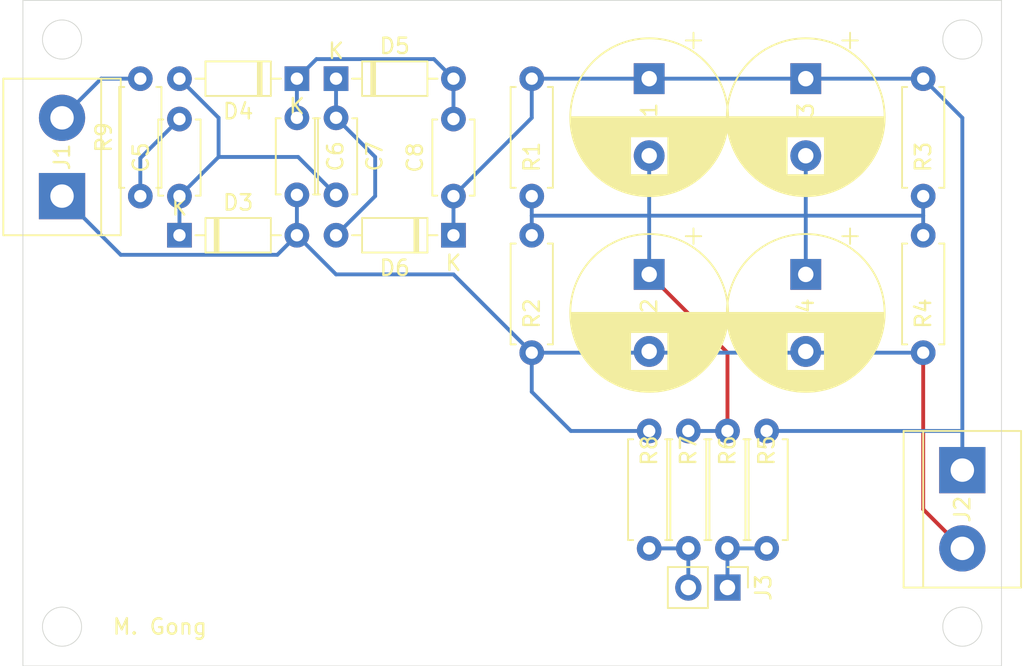
<source format=kicad_pcb>
(kicad_pcb (version 20171130) (host pcbnew "(5.1.4)-1")

  (general
    (thickness 1.6)
    (drawings 9)
    (tracks 64)
    (zones 0)
    (modules 24)
    (nets 11)
  )

  (page A4)
  (layers
    (0 F.Cu signal)
    (31 B.Cu signal)
    (32 B.Adhes user)
    (33 F.Adhes user)
    (34 B.Paste user)
    (35 F.Paste user)
    (36 B.SilkS user)
    (37 F.SilkS user)
    (38 B.Mask user)
    (39 F.Mask user)
    (40 Dwgs.User user)
    (41 Cmts.User user)
    (42 Eco1.User user)
    (43 Eco2.User user)
    (44 Edge.Cuts user)
    (45 Margin user)
    (46 B.CrtYd user)
    (47 F.CrtYd user)
    (48 B.Fab user)
    (49 F.Fab user)
  )

  (setup
    (last_trace_width 0.25)
    (user_trace_width 0.5)
    (user_trace_width 1)
    (user_trace_width 2)
    (trace_clearance 0.2)
    (zone_clearance 0.508)
    (zone_45_only no)
    (trace_min 0.2)
    (via_size 0.8)
    (via_drill 0.4)
    (via_min_size 0.4)
    (via_min_drill 0.3)
    (uvia_size 0.3)
    (uvia_drill 0.1)
    (uvias_allowed no)
    (uvia_min_size 0.2)
    (uvia_min_drill 0.1)
    (edge_width 0.05)
    (segment_width 0.2)
    (pcb_text_width 0.3)
    (pcb_text_size 1.5 1.5)
    (mod_edge_width 0.12)
    (mod_text_size 1 1)
    (mod_text_width 0.15)
    (pad_size 3 3)
    (pad_drill 1.52)
    (pad_to_mask_clearance 0.051)
    (solder_mask_min_width 0.25)
    (aux_axis_origin 0 0)
    (visible_elements 7FFFFFFF)
    (pcbplotparams
      (layerselection 0x010fc_ffffffff)
      (usegerberextensions false)
      (usegerberattributes false)
      (usegerberadvancedattributes false)
      (creategerberjobfile false)
      (excludeedgelayer true)
      (linewidth 0.250000)
      (plotframeref false)
      (viasonmask false)
      (mode 1)
      (useauxorigin false)
      (hpglpennumber 1)
      (hpglpenspeed 20)
      (hpglpendiameter 15.000000)
      (psnegative false)
      (psa4output false)
      (plotreference true)
      (plotvalue true)
      (plotinvisibletext false)
      (padsonsilk false)
      (subtractmaskfromsilk false)
      (outputformat 1)
      (mirror false)
      (drillshape 0)
      (scaleselection 1)
      (outputdirectory "Gerbers/"))
  )

  (net 0 "")
  (net 1 /PowerOut+)
  (net 2 /Sensor0V)
  (net 3 "Net-(C1-Pad2)")
  (net 4 "Net-(C5-Pad2)")
  (net 5 "Net-(C5-Pad1)")
  (net 6 /ACPowerIn-)
  (net 7 "Net-(C6-Pad1)")
  (net 8 "Net-(C7-Pad1)")
  (net 9 /ACPowerIn+)
  (net 10 /Sensor6V)

  (net_class Default "This is the default net class."
    (clearance 0.2)
    (trace_width 0.25)
    (via_dia 0.8)
    (via_drill 0.4)
    (uvia_dia 0.3)
    (uvia_drill 0.1)
    (add_net /ACPowerIn+)
    (add_net /ACPowerIn-)
    (add_net /PowerOut+)
    (add_net /Sensor0V)
    (add_net /Sensor6V)
    (add_net "Net-(C1-Pad2)")
    (add_net "Net-(C5-Pad1)")
    (add_net "Net-(C5-Pad2)")
    (add_net "Net-(C6-Pad1)")
    (add_net "Net-(C7-Pad1)")
  )

  (module Resistor_THT:R_Axial_DIN0207_L6.3mm_D2.5mm_P7.62mm_Horizontal (layer F.Cu) (tedit 5AE5139B) (tstamp 5F55DD66)
    (at 76.2 109.22 90)
    (descr "Resistor, Axial_DIN0207 series, Axial, Horizontal, pin pitch=7.62mm, 0.25W = 1/4W, length*diameter=6.3*2.5mm^2, http://cdn-reichelt.de/documents/datenblatt/B400/1_4W%23YAG.pdf")
    (tags "Resistor Axial_DIN0207 series Axial Horizontal pin pitch 7.62mm 0.25W = 1/4W length 6.3mm diameter 2.5mm")
    (path /5F57D460)
    (fp_text reference R8 (at 6.35 0 90) (layer F.SilkS)
      (effects (font (size 1 1) (thickness 0.15)))
    )
    (fp_text value 1M (at 2.54 0 90) (layer F.Fab)
      (effects (font (size 1 1) (thickness 0.15)))
    )
    (fp_text user %R (at 6.35 0 90) (layer F.Fab)
      (effects (font (size 1 1) (thickness 0.15)))
    )
    (fp_line (start 8.67 -1.5) (end -1.05 -1.5) (layer F.CrtYd) (width 0.05))
    (fp_line (start 8.67 1.5) (end 8.67 -1.5) (layer F.CrtYd) (width 0.05))
    (fp_line (start -1.05 1.5) (end 8.67 1.5) (layer F.CrtYd) (width 0.05))
    (fp_line (start -1.05 -1.5) (end -1.05 1.5) (layer F.CrtYd) (width 0.05))
    (fp_line (start 7.08 1.37) (end 7.08 1.04) (layer F.SilkS) (width 0.12))
    (fp_line (start 0.54 1.37) (end 7.08 1.37) (layer F.SilkS) (width 0.12))
    (fp_line (start 0.54 1.04) (end 0.54 1.37) (layer F.SilkS) (width 0.12))
    (fp_line (start 7.08 -1.37) (end 7.08 -1.04) (layer F.SilkS) (width 0.12))
    (fp_line (start 0.54 -1.37) (end 7.08 -1.37) (layer F.SilkS) (width 0.12))
    (fp_line (start 0.54 -1.04) (end 0.54 -1.37) (layer F.SilkS) (width 0.12))
    (fp_line (start 7.62 0) (end 6.96 0) (layer F.Fab) (width 0.1))
    (fp_line (start 0 0) (end 0.66 0) (layer F.Fab) (width 0.1))
    (fp_line (start 6.96 -1.25) (end 0.66 -1.25) (layer F.Fab) (width 0.1))
    (fp_line (start 6.96 1.25) (end 6.96 -1.25) (layer F.Fab) (width 0.1))
    (fp_line (start 0.66 1.25) (end 6.96 1.25) (layer F.Fab) (width 0.1))
    (fp_line (start 0.66 -1.25) (end 0.66 1.25) (layer F.Fab) (width 0.1))
    (pad 2 thru_hole oval (at 7.62 0 90) (size 1.6 1.6) (drill 0.8) (layers *.Cu *.Mask)
      (net 6 /ACPowerIn-))
    (pad 1 thru_hole circle (at 0 0 90) (size 1.6 1.6) (drill 0.8) (layers *.Cu *.Mask)
      (net 2 /Sensor0V))
    (model ${KISYS3DMOD}/Resistor_THT.3dshapes/R_Axial_DIN0207_L6.3mm_D2.5mm_P7.62mm_Horizontal.wrl
      (at (xyz 0 0 0))
      (scale (xyz 1 1 1))
      (rotate (xyz 0 0 0))
    )
  )

  (module Resistor_THT:R_Axial_DIN0207_L6.3mm_D2.5mm_P7.62mm_Horizontal (layer F.Cu) (tedit 5AE5139B) (tstamp 5F55DD23)
    (at 83.82 101.6 270)
    (descr "Resistor, Axial_DIN0207 series, Axial, Horizontal, pin pitch=7.62mm, 0.25W = 1/4W, length*diameter=6.3*2.5mm^2, http://cdn-reichelt.de/documents/datenblatt/B400/1_4W%23YAG.pdf")
    (tags "Resistor Axial_DIN0207 series Axial Horizontal pin pitch 7.62mm 0.25W = 1/4W length 6.3mm diameter 2.5mm")
    (path /5F561F6F)
    (fp_text reference R5 (at 1.27 0 90) (layer F.SilkS)
      (effects (font (size 1 1) (thickness 0.15)))
    )
    (fp_text value 1M (at 5.08 0 90) (layer F.Fab)
      (effects (font (size 1 1) (thickness 0.15)))
    )
    (fp_text user %R (at 1.27 0 90) (layer F.Fab)
      (effects (font (size 1 1) (thickness 0.15)))
    )
    (fp_line (start 8.67 -1.5) (end -1.05 -1.5) (layer F.CrtYd) (width 0.05))
    (fp_line (start 8.67 1.5) (end 8.67 -1.5) (layer F.CrtYd) (width 0.05))
    (fp_line (start -1.05 1.5) (end 8.67 1.5) (layer F.CrtYd) (width 0.05))
    (fp_line (start -1.05 -1.5) (end -1.05 1.5) (layer F.CrtYd) (width 0.05))
    (fp_line (start 7.08 1.37) (end 7.08 1.04) (layer F.SilkS) (width 0.12))
    (fp_line (start 0.54 1.37) (end 7.08 1.37) (layer F.SilkS) (width 0.12))
    (fp_line (start 0.54 1.04) (end 0.54 1.37) (layer F.SilkS) (width 0.12))
    (fp_line (start 7.08 -1.37) (end 7.08 -1.04) (layer F.SilkS) (width 0.12))
    (fp_line (start 0.54 -1.37) (end 7.08 -1.37) (layer F.SilkS) (width 0.12))
    (fp_line (start 0.54 -1.04) (end 0.54 -1.37) (layer F.SilkS) (width 0.12))
    (fp_line (start 7.62 0) (end 6.96 0) (layer F.Fab) (width 0.1))
    (fp_line (start 0 0) (end 0.66 0) (layer F.Fab) (width 0.1))
    (fp_line (start 6.96 -1.25) (end 0.66 -1.25) (layer F.Fab) (width 0.1))
    (fp_line (start 6.96 1.25) (end 6.96 -1.25) (layer F.Fab) (width 0.1))
    (fp_line (start 0.66 1.25) (end 6.96 1.25) (layer F.Fab) (width 0.1))
    (fp_line (start 0.66 -1.25) (end 0.66 1.25) (layer F.Fab) (width 0.1))
    (pad 2 thru_hole oval (at 7.62 0 270) (size 1.6 1.6) (drill 0.8) (layers *.Cu *.Mask)
      (net 10 /Sensor6V))
    (pad 1 thru_hole circle (at 0 0 270) (size 1.6 1.6) (drill 0.8) (layers *.Cu *.Mask)
      (net 1 /PowerOut+))
    (model ${KISYS3DMOD}/Resistor_THT.3dshapes/R_Axial_DIN0207_L6.3mm_D2.5mm_P7.62mm_Horizontal.wrl
      (at (xyz 0 0 0))
      (scale (xyz 1 1 1))
      (rotate (xyz 0 0 0))
    )
  )

  (module Connector_PinHeader_2.54mm:PinHeader_1x02_P2.54mm_Vertical (layer F.Cu) (tedit 59FED5CC) (tstamp 5EF1B29E)
    (at 81.28 111.76 270)
    (descr "Through hole straight pin header, 1x02, 2.54mm pitch, single row")
    (tags "Through hole pin header THT 1x02 2.54mm single row")
    (path /5EF2DD62)
    (fp_text reference J3 (at 0 -2.33 90) (layer F.SilkS)
      (effects (font (size 1 1) (thickness 0.15)))
    )
    (fp_text value "To Voltage Sensing" (at 2.54 2.54 180) (layer F.Fab)
      (effects (font (size 1 1) (thickness 0.15)))
    )
    (fp_text user %R (at 0 1.27) (layer F.Fab)
      (effects (font (size 1 1) (thickness 0.15)))
    )
    (fp_line (start 1.8 -1.8) (end -1.8 -1.8) (layer F.CrtYd) (width 0.05))
    (fp_line (start 1.8 4.35) (end 1.8 -1.8) (layer F.CrtYd) (width 0.05))
    (fp_line (start -1.8 4.35) (end 1.8 4.35) (layer F.CrtYd) (width 0.05))
    (fp_line (start -1.8 -1.8) (end -1.8 4.35) (layer F.CrtYd) (width 0.05))
    (fp_line (start -1.33 -1.33) (end 0 -1.33) (layer F.SilkS) (width 0.12))
    (fp_line (start -1.33 0) (end -1.33 -1.33) (layer F.SilkS) (width 0.12))
    (fp_line (start -1.33 1.27) (end 1.33 1.27) (layer F.SilkS) (width 0.12))
    (fp_line (start 1.33 1.27) (end 1.33 3.87) (layer F.SilkS) (width 0.12))
    (fp_line (start -1.33 1.27) (end -1.33 3.87) (layer F.SilkS) (width 0.12))
    (fp_line (start -1.33 3.87) (end 1.33 3.87) (layer F.SilkS) (width 0.12))
    (fp_line (start -1.27 -0.635) (end -0.635 -1.27) (layer F.Fab) (width 0.1))
    (fp_line (start -1.27 3.81) (end -1.27 -0.635) (layer F.Fab) (width 0.1))
    (fp_line (start 1.27 3.81) (end -1.27 3.81) (layer F.Fab) (width 0.1))
    (fp_line (start 1.27 -1.27) (end 1.27 3.81) (layer F.Fab) (width 0.1))
    (fp_line (start -0.635 -1.27) (end 1.27 -1.27) (layer F.Fab) (width 0.1))
    (pad 2 thru_hole oval (at 0 2.54 270) (size 1.7 1.7) (drill 1) (layers *.Cu *.Mask)
      (net 2 /Sensor0V))
    (pad 1 thru_hole rect (at 0 0 270) (size 1.7 1.7) (drill 1) (layers *.Cu *.Mask)
      (net 10 /Sensor6V))
    (model ${KISYS3DMOD}/Connector_PinHeader_2.54mm.3dshapes/PinHeader_1x02_P2.54mm_Vertical.wrl
      (at (xyz 0 0 0))
      (scale (xyz 1 1 1))
      (rotate (xyz 0 0 0))
    )
  )

  (module Resistor_THT:R_Axial_DIN0207_L6.3mm_D2.5mm_P7.62mm_Horizontal (layer F.Cu) (tedit 5AE5139B) (tstamp 5F0CFD8E)
    (at 43.18 86.36 90)
    (descr "Resistor, Axial_DIN0207 series, Axial, Horizontal, pin pitch=7.62mm, 0.25W = 1/4W, length*diameter=6.3*2.5mm^2, http://cdn-reichelt.de/documents/datenblatt/B400/1_4W%23YAG.pdf")
    (tags "Resistor Axial_DIN0207 series Axial Horizontal pin pitch 7.62mm 0.25W = 1/4W length 6.3mm diameter 2.5mm")
    (path /5EFDA9AD)
    (fp_text reference R9 (at 3.81 -2.37 90) (layer F.SilkS)
      (effects (font (size 1 1) (thickness 0.15)))
    )
    (fp_text value 220 (at 3.81 2.37 90) (layer F.Fab)
      (effects (font (size 1 1) (thickness 0.15)))
    )
    (fp_text user %R (at 3.81 0 90) (layer F.Fab)
      (effects (font (size 1 1) (thickness 0.15)))
    )
    (fp_line (start 8.67 -1.5) (end -1.05 -1.5) (layer F.CrtYd) (width 0.05))
    (fp_line (start 8.67 1.5) (end 8.67 -1.5) (layer F.CrtYd) (width 0.05))
    (fp_line (start -1.05 1.5) (end 8.67 1.5) (layer F.CrtYd) (width 0.05))
    (fp_line (start -1.05 -1.5) (end -1.05 1.5) (layer F.CrtYd) (width 0.05))
    (fp_line (start 7.08 1.37) (end 7.08 1.04) (layer F.SilkS) (width 0.12))
    (fp_line (start 0.54 1.37) (end 7.08 1.37) (layer F.SilkS) (width 0.12))
    (fp_line (start 0.54 1.04) (end 0.54 1.37) (layer F.SilkS) (width 0.12))
    (fp_line (start 7.08 -1.37) (end 7.08 -1.04) (layer F.SilkS) (width 0.12))
    (fp_line (start 0.54 -1.37) (end 7.08 -1.37) (layer F.SilkS) (width 0.12))
    (fp_line (start 0.54 -1.04) (end 0.54 -1.37) (layer F.SilkS) (width 0.12))
    (fp_line (start 7.62 0) (end 6.96 0) (layer F.Fab) (width 0.1))
    (fp_line (start 0 0) (end 0.66 0) (layer F.Fab) (width 0.1))
    (fp_line (start 6.96 -1.25) (end 0.66 -1.25) (layer F.Fab) (width 0.1))
    (fp_line (start 6.96 1.25) (end 6.96 -1.25) (layer F.Fab) (width 0.1))
    (fp_line (start 0.66 1.25) (end 6.96 1.25) (layer F.Fab) (width 0.1))
    (fp_line (start 0.66 -1.25) (end 0.66 1.25) (layer F.Fab) (width 0.1))
    (pad 2 thru_hole oval (at 7.62 0 90) (size 1.6 1.6) (drill 0.8) (layers *.Cu *.Mask)
      (net 9 /ACPowerIn+))
    (pad 1 thru_hole circle (at 0 0 90) (size 1.6 1.6) (drill 0.8) (layers *.Cu *.Mask)
      (net 4 "Net-(C5-Pad2)"))
    (model ${KISYS3DMOD}/Resistor_THT.3dshapes/R_Axial_DIN0207_L6.3mm_D2.5mm_P7.62mm_Horizontal.wrl
      (at (xyz 0 0 0))
      (scale (xyz 1 1 1))
      (rotate (xyz 0 0 0))
    )
  )

  (module TerminalBlock:TerminalBlock_bornier-2_P5.08mm (layer F.Cu) (tedit 59FF03AB) (tstamp 5F0D1849)
    (at 96.52 104.14 270)
    (descr "simple 2-pin terminal block, pitch 5.08mm, revamped version of bornier2")
    (tags "terminal block bornier2")
    (path /5DF30AB6)
    (fp_text reference J2 (at 2.54 0 90) (layer F.SilkS)
      (effects (font (size 1 1) (thickness 0.15)))
    )
    (fp_text value "68V out" (at 2.54 2.54 90) (layer F.Fab)
      (effects (font (size 1 1) (thickness 0.15)))
    )
    (fp_text user %R (at 2.54 0 90) (layer F.Fab)
      (effects (font (size 1 1) (thickness 0.15)))
    )
    (fp_line (start -2.41 2.55) (end 7.49 2.55) (layer F.Fab) (width 0.1))
    (fp_line (start -2.46 -3.75) (end -2.46 3.75) (layer F.Fab) (width 0.1))
    (fp_line (start -2.46 3.75) (end 7.54 3.75) (layer F.Fab) (width 0.1))
    (fp_line (start 7.54 3.75) (end 7.54 -3.75) (layer F.Fab) (width 0.1))
    (fp_line (start 7.54 -3.75) (end -2.46 -3.75) (layer F.Fab) (width 0.1))
    (fp_line (start 7.62 2.54) (end -2.54 2.54) (layer F.SilkS) (width 0.12))
    (fp_line (start 7.62 3.81) (end 7.62 -3.81) (layer F.SilkS) (width 0.12))
    (fp_line (start 7.62 -3.81) (end -2.54 -3.81) (layer F.SilkS) (width 0.12))
    (fp_line (start -2.54 -3.81) (end -2.54 3.81) (layer F.SilkS) (width 0.12))
    (fp_line (start -2.54 3.81) (end 7.62 3.81) (layer F.SilkS) (width 0.12))
    (fp_line (start -2.71 -4) (end 7.79 -4) (layer F.CrtYd) (width 0.05))
    (fp_line (start -2.71 -4) (end -2.71 4) (layer F.CrtYd) (width 0.05))
    (fp_line (start 7.79 4) (end 7.79 -4) (layer F.CrtYd) (width 0.05))
    (fp_line (start 7.79 4) (end -2.71 4) (layer F.CrtYd) (width 0.05))
    (pad 1 thru_hole rect (at 0 0 270) (size 3 3) (drill 1.52) (layers *.Cu *.Mask)
      (net 1 /PowerOut+))
    (pad 2 thru_hole circle (at 5.08 0 270) (size 3 3) (drill 1.52) (layers *.Cu *.Mask)
      (net 6 /ACPowerIn-))
    (model ${KISYS3DMOD}/TerminalBlock.3dshapes/TerminalBlock_bornier-2_P5.08mm.wrl
      (offset (xyz 2.539999961853027 0 0))
      (scale (xyz 1 1 1))
      (rotate (xyz 0 0 0))
    )
  )

  (module TerminalBlock:TerminalBlock_bornier-2_P5.08mm (layer F.Cu) (tedit 59FF03AB) (tstamp 5F0CFADD)
    (at 38.1 86.36 90)
    (descr "simple 2-pin terminal block, pitch 5.08mm, revamped version of bornier2")
    (tags "terminal block bornier2")
    (path /5ED54BE3)
    (fp_text reference J1 (at 2.54 0 90) (layer F.SilkS)
      (effects (font (size 1 1) (thickness 0.15)))
    )
    (fp_text value "AC Power In" (at 2.54 5.08 90) (layer F.Fab)
      (effects (font (size 1 1) (thickness 0.15)))
    )
    (fp_line (start 7.79 4) (end -2.71 4) (layer F.CrtYd) (width 0.05))
    (fp_line (start 7.79 4) (end 7.79 -4) (layer F.CrtYd) (width 0.05))
    (fp_line (start -2.71 -4) (end -2.71 4) (layer F.CrtYd) (width 0.05))
    (fp_line (start -2.71 -4) (end 7.79 -4) (layer F.CrtYd) (width 0.05))
    (fp_line (start -2.54 3.81) (end 7.62 3.81) (layer F.SilkS) (width 0.12))
    (fp_line (start -2.54 -3.81) (end -2.54 3.81) (layer F.SilkS) (width 0.12))
    (fp_line (start 7.62 -3.81) (end -2.54 -3.81) (layer F.SilkS) (width 0.12))
    (fp_line (start 7.62 3.81) (end 7.62 -3.81) (layer F.SilkS) (width 0.12))
    (fp_line (start 7.62 2.54) (end -2.54 2.54) (layer F.SilkS) (width 0.12))
    (fp_line (start 7.54 -3.75) (end -2.46 -3.75) (layer F.Fab) (width 0.1))
    (fp_line (start 7.54 3.75) (end 7.54 -3.75) (layer F.Fab) (width 0.1))
    (fp_line (start -2.46 3.75) (end 7.54 3.75) (layer F.Fab) (width 0.1))
    (fp_line (start -2.46 -3.75) (end -2.46 3.75) (layer F.Fab) (width 0.1))
    (fp_line (start -2.41 2.55) (end 7.49 2.55) (layer F.Fab) (width 0.1))
    (fp_text user %R (at 2.54 0 90) (layer F.Fab)
      (effects (font (size 1 1) (thickness 0.15)))
    )
    (pad 2 thru_hole circle (at 5.08 0 90) (size 3 3) (drill 1.52) (layers *.Cu *.Mask)
      (net 9 /ACPowerIn+))
    (pad 1 thru_hole rect (at 0 0 90) (size 3 3) (drill 1.52) (layers *.Cu *.Mask)
      (net 6 /ACPowerIn-))
    (model ${KISYS3DMOD}/TerminalBlock.3dshapes/TerminalBlock_bornier-2_P5.08mm.wrl
      (offset (xyz 2.539999961853027 0 0))
      (scale (xyz 1 1 1))
      (rotate (xyz 0 0 0))
    )
  )

  (module Diode_THT:D_DO-35_SOD27_P7.62mm_Horizontal (layer F.Cu) (tedit 5AE50CD5) (tstamp 5F0CFAA2)
    (at 63.5 88.9 180)
    (descr "Diode, DO-35_SOD27 series, Axial, Horizontal, pin pitch=7.62mm, , length*diameter=4*2mm^2, , http://www.diodes.com/_files/packages/DO-35.pdf")
    (tags "Diode DO-35_SOD27 series Axial Horizontal pin pitch 7.62mm  length 4mm diameter 2mm")
    (path /5EF90991)
    (fp_text reference D6 (at 3.81 -2.12) (layer F.SilkS)
      (effects (font (size 1 1) (thickness 0.15)))
    )
    (fp_text value 1N4148 (at 3.81 2.12) (layer F.Fab)
      (effects (font (size 1 1) (thickness 0.15)))
    )
    (fp_text user K (at 0 -1.8) (layer F.SilkS)
      (effects (font (size 1 1) (thickness 0.15)))
    )
    (fp_text user K (at 0 -1.8) (layer F.Fab)
      (effects (font (size 1 1) (thickness 0.15)))
    )
    (fp_text user %R (at 4.11 0) (layer F.Fab)
      (effects (font (size 0.8 0.8) (thickness 0.12)))
    )
    (fp_line (start 8.67 -1.25) (end -1.05 -1.25) (layer F.CrtYd) (width 0.05))
    (fp_line (start 8.67 1.25) (end 8.67 -1.25) (layer F.CrtYd) (width 0.05))
    (fp_line (start -1.05 1.25) (end 8.67 1.25) (layer F.CrtYd) (width 0.05))
    (fp_line (start -1.05 -1.25) (end -1.05 1.25) (layer F.CrtYd) (width 0.05))
    (fp_line (start 2.29 -1.12) (end 2.29 1.12) (layer F.SilkS) (width 0.12))
    (fp_line (start 2.53 -1.12) (end 2.53 1.12) (layer F.SilkS) (width 0.12))
    (fp_line (start 2.41 -1.12) (end 2.41 1.12) (layer F.SilkS) (width 0.12))
    (fp_line (start 6.58 0) (end 5.93 0) (layer F.SilkS) (width 0.12))
    (fp_line (start 1.04 0) (end 1.69 0) (layer F.SilkS) (width 0.12))
    (fp_line (start 5.93 -1.12) (end 1.69 -1.12) (layer F.SilkS) (width 0.12))
    (fp_line (start 5.93 1.12) (end 5.93 -1.12) (layer F.SilkS) (width 0.12))
    (fp_line (start 1.69 1.12) (end 5.93 1.12) (layer F.SilkS) (width 0.12))
    (fp_line (start 1.69 -1.12) (end 1.69 1.12) (layer F.SilkS) (width 0.12))
    (fp_line (start 2.31 -1) (end 2.31 1) (layer F.Fab) (width 0.1))
    (fp_line (start 2.51 -1) (end 2.51 1) (layer F.Fab) (width 0.1))
    (fp_line (start 2.41 -1) (end 2.41 1) (layer F.Fab) (width 0.1))
    (fp_line (start 7.62 0) (end 5.81 0) (layer F.Fab) (width 0.1))
    (fp_line (start 0 0) (end 1.81 0) (layer F.Fab) (width 0.1))
    (fp_line (start 5.81 -1) (end 1.81 -1) (layer F.Fab) (width 0.1))
    (fp_line (start 5.81 1) (end 5.81 -1) (layer F.Fab) (width 0.1))
    (fp_line (start 1.81 1) (end 5.81 1) (layer F.Fab) (width 0.1))
    (fp_line (start 1.81 -1) (end 1.81 1) (layer F.Fab) (width 0.1))
    (pad 2 thru_hole oval (at 7.62 0 180) (size 1.6 1.6) (drill 0.8) (layers *.Cu *.Mask)
      (net 8 "Net-(C7-Pad1)"))
    (pad 1 thru_hole rect (at 0 0 180) (size 1.6 1.6) (drill 0.8) (layers *.Cu *.Mask)
      (net 1 /PowerOut+))
    (model ${KISYS3DMOD}/Diode_THT.3dshapes/D_DO-35_SOD27_P7.62mm_Horizontal.wrl
      (at (xyz 0 0 0))
      (scale (xyz 1 1 1))
      (rotate (xyz 0 0 0))
    )
  )

  (module Diode_THT:D_DO-35_SOD27_P7.62mm_Horizontal (layer F.Cu) (tedit 5AE50CD5) (tstamp 5F0CFA83)
    (at 55.88 78.74)
    (descr "Diode, DO-35_SOD27 series, Axial, Horizontal, pin pitch=7.62mm, , length*diameter=4*2mm^2, , http://www.diodes.com/_files/packages/DO-35.pdf")
    (tags "Diode DO-35_SOD27 series Axial Horizontal pin pitch 7.62mm  length 4mm diameter 2mm")
    (path /5EF90987)
    (fp_text reference D5 (at 3.81 -2.12) (layer F.SilkS)
      (effects (font (size 1 1) (thickness 0.15)))
    )
    (fp_text value 1N4148 (at 3.81 2.12) (layer F.Fab)
      (effects (font (size 1 1) (thickness 0.15)))
    )
    (fp_text user K (at 0 -1.8) (layer F.SilkS)
      (effects (font (size 1 1) (thickness 0.15)))
    )
    (fp_text user K (at 0 -1.8) (layer F.Fab)
      (effects (font (size 1 1) (thickness 0.15)))
    )
    (fp_text user %R (at 4.11 0) (layer F.Fab)
      (effects (font (size 0.8 0.8) (thickness 0.12)))
    )
    (fp_line (start 8.67 -1.25) (end -1.05 -1.25) (layer F.CrtYd) (width 0.05))
    (fp_line (start 8.67 1.25) (end 8.67 -1.25) (layer F.CrtYd) (width 0.05))
    (fp_line (start -1.05 1.25) (end 8.67 1.25) (layer F.CrtYd) (width 0.05))
    (fp_line (start -1.05 -1.25) (end -1.05 1.25) (layer F.CrtYd) (width 0.05))
    (fp_line (start 2.29 -1.12) (end 2.29 1.12) (layer F.SilkS) (width 0.12))
    (fp_line (start 2.53 -1.12) (end 2.53 1.12) (layer F.SilkS) (width 0.12))
    (fp_line (start 2.41 -1.12) (end 2.41 1.12) (layer F.SilkS) (width 0.12))
    (fp_line (start 6.58 0) (end 5.93 0) (layer F.SilkS) (width 0.12))
    (fp_line (start 1.04 0) (end 1.69 0) (layer F.SilkS) (width 0.12))
    (fp_line (start 5.93 -1.12) (end 1.69 -1.12) (layer F.SilkS) (width 0.12))
    (fp_line (start 5.93 1.12) (end 5.93 -1.12) (layer F.SilkS) (width 0.12))
    (fp_line (start 1.69 1.12) (end 5.93 1.12) (layer F.SilkS) (width 0.12))
    (fp_line (start 1.69 -1.12) (end 1.69 1.12) (layer F.SilkS) (width 0.12))
    (fp_line (start 2.31 -1) (end 2.31 1) (layer F.Fab) (width 0.1))
    (fp_line (start 2.51 -1) (end 2.51 1) (layer F.Fab) (width 0.1))
    (fp_line (start 2.41 -1) (end 2.41 1) (layer F.Fab) (width 0.1))
    (fp_line (start 7.62 0) (end 5.81 0) (layer F.Fab) (width 0.1))
    (fp_line (start 0 0) (end 1.81 0) (layer F.Fab) (width 0.1))
    (fp_line (start 5.81 -1) (end 1.81 -1) (layer F.Fab) (width 0.1))
    (fp_line (start 5.81 1) (end 5.81 -1) (layer F.Fab) (width 0.1))
    (fp_line (start 1.81 1) (end 5.81 1) (layer F.Fab) (width 0.1))
    (fp_line (start 1.81 -1) (end 1.81 1) (layer F.Fab) (width 0.1))
    (pad 2 thru_hole oval (at 7.62 0) (size 1.6 1.6) (drill 0.8) (layers *.Cu *.Mask)
      (net 7 "Net-(C6-Pad1)"))
    (pad 1 thru_hole rect (at 0 0) (size 1.6 1.6) (drill 0.8) (layers *.Cu *.Mask)
      (net 8 "Net-(C7-Pad1)"))
    (model ${KISYS3DMOD}/Diode_THT.3dshapes/D_DO-35_SOD27_P7.62mm_Horizontal.wrl
      (at (xyz 0 0 0))
      (scale (xyz 1 1 1))
      (rotate (xyz 0 0 0))
    )
  )

  (module Diode_THT:D_DO-35_SOD27_P7.62mm_Horizontal (layer F.Cu) (tedit 5AE50CD5) (tstamp 5F0CFA64)
    (at 53.34 78.74 180)
    (descr "Diode, DO-35_SOD27 series, Axial, Horizontal, pin pitch=7.62mm, , length*diameter=4*2mm^2, , http://www.diodes.com/_files/packages/DO-35.pdf")
    (tags "Diode DO-35_SOD27 series Axial Horizontal pin pitch 7.62mm  length 4mm diameter 2mm")
    (path /5E0E6F15)
    (fp_text reference D4 (at 3.81 -2.12) (layer F.SilkS)
      (effects (font (size 1 1) (thickness 0.15)))
    )
    (fp_text value 1N4148 (at 3.81 2.12) (layer F.Fab)
      (effects (font (size 1 1) (thickness 0.15)))
    )
    (fp_text user K (at 0 -1.8) (layer F.SilkS)
      (effects (font (size 1 1) (thickness 0.15)))
    )
    (fp_text user K (at 0 -1.8) (layer F.Fab)
      (effects (font (size 1 1) (thickness 0.15)))
    )
    (fp_text user %R (at 4.11 0) (layer F.Fab)
      (effects (font (size 0.8 0.8) (thickness 0.12)))
    )
    (fp_line (start 8.67 -1.25) (end -1.05 -1.25) (layer F.CrtYd) (width 0.05))
    (fp_line (start 8.67 1.25) (end 8.67 -1.25) (layer F.CrtYd) (width 0.05))
    (fp_line (start -1.05 1.25) (end 8.67 1.25) (layer F.CrtYd) (width 0.05))
    (fp_line (start -1.05 -1.25) (end -1.05 1.25) (layer F.CrtYd) (width 0.05))
    (fp_line (start 2.29 -1.12) (end 2.29 1.12) (layer F.SilkS) (width 0.12))
    (fp_line (start 2.53 -1.12) (end 2.53 1.12) (layer F.SilkS) (width 0.12))
    (fp_line (start 2.41 -1.12) (end 2.41 1.12) (layer F.SilkS) (width 0.12))
    (fp_line (start 6.58 0) (end 5.93 0) (layer F.SilkS) (width 0.12))
    (fp_line (start 1.04 0) (end 1.69 0) (layer F.SilkS) (width 0.12))
    (fp_line (start 5.93 -1.12) (end 1.69 -1.12) (layer F.SilkS) (width 0.12))
    (fp_line (start 5.93 1.12) (end 5.93 -1.12) (layer F.SilkS) (width 0.12))
    (fp_line (start 1.69 1.12) (end 5.93 1.12) (layer F.SilkS) (width 0.12))
    (fp_line (start 1.69 -1.12) (end 1.69 1.12) (layer F.SilkS) (width 0.12))
    (fp_line (start 2.31 -1) (end 2.31 1) (layer F.Fab) (width 0.1))
    (fp_line (start 2.51 -1) (end 2.51 1) (layer F.Fab) (width 0.1))
    (fp_line (start 2.41 -1) (end 2.41 1) (layer F.Fab) (width 0.1))
    (fp_line (start 7.62 0) (end 5.81 0) (layer F.Fab) (width 0.1))
    (fp_line (start 0 0) (end 1.81 0) (layer F.Fab) (width 0.1))
    (fp_line (start 5.81 -1) (end 1.81 -1) (layer F.Fab) (width 0.1))
    (fp_line (start 5.81 1) (end 5.81 -1) (layer F.Fab) (width 0.1))
    (fp_line (start 1.81 1) (end 5.81 1) (layer F.Fab) (width 0.1))
    (fp_line (start 1.81 -1) (end 1.81 1) (layer F.Fab) (width 0.1))
    (pad 2 thru_hole oval (at 7.62 0 180) (size 1.6 1.6) (drill 0.8) (layers *.Cu *.Mask)
      (net 5 "Net-(C5-Pad1)"))
    (pad 1 thru_hole rect (at 0 0 180) (size 1.6 1.6) (drill 0.8) (layers *.Cu *.Mask)
      (net 7 "Net-(C6-Pad1)"))
    (model ${KISYS3DMOD}/Diode_THT.3dshapes/D_DO-35_SOD27_P7.62mm_Horizontal.wrl
      (at (xyz 0 0 0))
      (scale (xyz 1 1 1))
      (rotate (xyz 0 0 0))
    )
  )

  (module Diode_THT:D_DO-35_SOD27_P7.62mm_Horizontal (layer F.Cu) (tedit 5AE50CD5) (tstamp 5F0CFA45)
    (at 45.72 88.9)
    (descr "Diode, DO-35_SOD27 series, Axial, Horizontal, pin pitch=7.62mm, , length*diameter=4*2mm^2, , http://www.diodes.com/_files/packages/DO-35.pdf")
    (tags "Diode DO-35_SOD27 series Axial Horizontal pin pitch 7.62mm  length 4mm diameter 2mm")
    (path /5E0E7B3A)
    (fp_text reference D3 (at 3.81 -2.12) (layer F.SilkS)
      (effects (font (size 1 1) (thickness 0.15)))
    )
    (fp_text value 1N4148 (at 3.81 2.12) (layer F.Fab)
      (effects (font (size 1 1) (thickness 0.15)))
    )
    (fp_text user K (at 0 -1.8) (layer F.SilkS)
      (effects (font (size 1 1) (thickness 0.15)))
    )
    (fp_text user K (at 0 -1.8) (layer F.Fab)
      (effects (font (size 1 1) (thickness 0.15)))
    )
    (fp_text user %R (at 4.11 0) (layer F.Fab)
      (effects (font (size 0.8 0.8) (thickness 0.12)))
    )
    (fp_line (start 8.67 -1.25) (end -1.05 -1.25) (layer F.CrtYd) (width 0.05))
    (fp_line (start 8.67 1.25) (end 8.67 -1.25) (layer F.CrtYd) (width 0.05))
    (fp_line (start -1.05 1.25) (end 8.67 1.25) (layer F.CrtYd) (width 0.05))
    (fp_line (start -1.05 -1.25) (end -1.05 1.25) (layer F.CrtYd) (width 0.05))
    (fp_line (start 2.29 -1.12) (end 2.29 1.12) (layer F.SilkS) (width 0.12))
    (fp_line (start 2.53 -1.12) (end 2.53 1.12) (layer F.SilkS) (width 0.12))
    (fp_line (start 2.41 -1.12) (end 2.41 1.12) (layer F.SilkS) (width 0.12))
    (fp_line (start 6.58 0) (end 5.93 0) (layer F.SilkS) (width 0.12))
    (fp_line (start 1.04 0) (end 1.69 0) (layer F.SilkS) (width 0.12))
    (fp_line (start 5.93 -1.12) (end 1.69 -1.12) (layer F.SilkS) (width 0.12))
    (fp_line (start 5.93 1.12) (end 5.93 -1.12) (layer F.SilkS) (width 0.12))
    (fp_line (start 1.69 1.12) (end 5.93 1.12) (layer F.SilkS) (width 0.12))
    (fp_line (start 1.69 -1.12) (end 1.69 1.12) (layer F.SilkS) (width 0.12))
    (fp_line (start 2.31 -1) (end 2.31 1) (layer F.Fab) (width 0.1))
    (fp_line (start 2.51 -1) (end 2.51 1) (layer F.Fab) (width 0.1))
    (fp_line (start 2.41 -1) (end 2.41 1) (layer F.Fab) (width 0.1))
    (fp_line (start 7.62 0) (end 5.81 0) (layer F.Fab) (width 0.1))
    (fp_line (start 0 0) (end 1.81 0) (layer F.Fab) (width 0.1))
    (fp_line (start 5.81 -1) (end 1.81 -1) (layer F.Fab) (width 0.1))
    (fp_line (start 5.81 1) (end 5.81 -1) (layer F.Fab) (width 0.1))
    (fp_line (start 1.81 1) (end 5.81 1) (layer F.Fab) (width 0.1))
    (fp_line (start 1.81 -1) (end 1.81 1) (layer F.Fab) (width 0.1))
    (pad 2 thru_hole oval (at 7.62 0) (size 1.6 1.6) (drill 0.8) (layers *.Cu *.Mask)
      (net 6 /ACPowerIn-))
    (pad 1 thru_hole rect (at 0 0) (size 1.6 1.6) (drill 0.8) (layers *.Cu *.Mask)
      (net 5 "Net-(C5-Pad1)"))
    (model ${KISYS3DMOD}/Diode_THT.3dshapes/D_DO-35_SOD27_P7.62mm_Horizontal.wrl
      (at (xyz 0 0 0))
      (scale (xyz 1 1 1))
      (rotate (xyz 0 0 0))
    )
  )

  (module Capacitor_THT:C_Disc_D4.7mm_W2.5mm_P5.00mm (layer F.Cu) (tedit 5AE50EF0) (tstamp 5F0CF9AE)
    (at 63.5 86.36 90)
    (descr "C, Disc series, Radial, pin pitch=5.00mm, , diameter*width=4.7*2.5mm^2, Capacitor, http://www.vishay.com/docs/45233/krseries.pdf")
    (tags "C Disc series Radial pin pitch 5.00mm  diameter 4.7mm width 2.5mm Capacitor")
    (path /5EF9099D)
    (fp_text reference C8 (at 2.5 -2.5 90) (layer F.SilkS)
      (effects (font (size 1 1) (thickness 0.15)))
    )
    (fp_text value 1nF (at 2.5 2.5 90) (layer F.Fab)
      (effects (font (size 1 1) (thickness 0.15)))
    )
    (fp_text user %R (at 2.5 0 90) (layer F.Fab)
      (effects (font (size 0.94 0.94) (thickness 0.141)))
    )
    (fp_line (start 6.05 -1.5) (end -1.05 -1.5) (layer F.CrtYd) (width 0.05))
    (fp_line (start 6.05 1.5) (end 6.05 -1.5) (layer F.CrtYd) (width 0.05))
    (fp_line (start -1.05 1.5) (end 6.05 1.5) (layer F.CrtYd) (width 0.05))
    (fp_line (start -1.05 -1.5) (end -1.05 1.5) (layer F.CrtYd) (width 0.05))
    (fp_line (start 4.97 1.055) (end 4.97 1.37) (layer F.SilkS) (width 0.12))
    (fp_line (start 4.97 -1.37) (end 4.97 -1.055) (layer F.SilkS) (width 0.12))
    (fp_line (start 0.03 1.055) (end 0.03 1.37) (layer F.SilkS) (width 0.12))
    (fp_line (start 0.03 -1.37) (end 0.03 -1.055) (layer F.SilkS) (width 0.12))
    (fp_line (start 0.03 1.37) (end 4.97 1.37) (layer F.SilkS) (width 0.12))
    (fp_line (start 0.03 -1.37) (end 4.97 -1.37) (layer F.SilkS) (width 0.12))
    (fp_line (start 4.85 -1.25) (end 0.15 -1.25) (layer F.Fab) (width 0.1))
    (fp_line (start 4.85 1.25) (end 4.85 -1.25) (layer F.Fab) (width 0.1))
    (fp_line (start 0.15 1.25) (end 4.85 1.25) (layer F.Fab) (width 0.1))
    (fp_line (start 0.15 -1.25) (end 0.15 1.25) (layer F.Fab) (width 0.1))
    (pad 2 thru_hole circle (at 5 0 90) (size 1.6 1.6) (drill 0.8) (layers *.Cu *.Mask)
      (net 7 "Net-(C6-Pad1)"))
    (pad 1 thru_hole circle (at 0 0 90) (size 1.6 1.6) (drill 0.8) (layers *.Cu *.Mask)
      (net 1 /PowerOut+))
    (model ${KISYS3DMOD}/Capacitor_THT.3dshapes/C_Disc_D4.7mm_W2.5mm_P5.00mm.wrl
      (at (xyz 0 0 0))
      (scale (xyz 1 1 1))
      (rotate (xyz 0 0 0))
    )
  )

  (module Capacitor_THT:C_Disc_D4.7mm_W2.5mm_P5.00mm (layer F.Cu) (tedit 5AE50EF0) (tstamp 5F0CF999)
    (at 55.88 81.28 270)
    (descr "C, Disc series, Radial, pin pitch=5.00mm, , diameter*width=4.7*2.5mm^2, Capacitor, http://www.vishay.com/docs/45233/krseries.pdf")
    (tags "C Disc series Radial pin pitch 5.00mm  diameter 4.7mm width 2.5mm Capacitor")
    (path /5EF8C262)
    (fp_text reference C7 (at 2.5 -2.5 90) (layer F.SilkS)
      (effects (font (size 1 1) (thickness 0.15)))
    )
    (fp_text value 1nF (at 2.5 2.5 90) (layer F.Fab)
      (effects (font (size 1 1) (thickness 0.15)))
    )
    (fp_text user %R (at 2.5 0 90) (layer F.Fab)
      (effects (font (size 0.94 0.94) (thickness 0.141)))
    )
    (fp_line (start 6.05 -1.5) (end -1.05 -1.5) (layer F.CrtYd) (width 0.05))
    (fp_line (start 6.05 1.5) (end 6.05 -1.5) (layer F.CrtYd) (width 0.05))
    (fp_line (start -1.05 1.5) (end 6.05 1.5) (layer F.CrtYd) (width 0.05))
    (fp_line (start -1.05 -1.5) (end -1.05 1.5) (layer F.CrtYd) (width 0.05))
    (fp_line (start 4.97 1.055) (end 4.97 1.37) (layer F.SilkS) (width 0.12))
    (fp_line (start 4.97 -1.37) (end 4.97 -1.055) (layer F.SilkS) (width 0.12))
    (fp_line (start 0.03 1.055) (end 0.03 1.37) (layer F.SilkS) (width 0.12))
    (fp_line (start 0.03 -1.37) (end 0.03 -1.055) (layer F.SilkS) (width 0.12))
    (fp_line (start 0.03 1.37) (end 4.97 1.37) (layer F.SilkS) (width 0.12))
    (fp_line (start 0.03 -1.37) (end 4.97 -1.37) (layer F.SilkS) (width 0.12))
    (fp_line (start 4.85 -1.25) (end 0.15 -1.25) (layer F.Fab) (width 0.1))
    (fp_line (start 4.85 1.25) (end 4.85 -1.25) (layer F.Fab) (width 0.1))
    (fp_line (start 0.15 1.25) (end 4.85 1.25) (layer F.Fab) (width 0.1))
    (fp_line (start 0.15 -1.25) (end 0.15 1.25) (layer F.Fab) (width 0.1))
    (pad 2 thru_hole circle (at 5 0 270) (size 1.6 1.6) (drill 0.8) (layers *.Cu *.Mask)
      (net 5 "Net-(C5-Pad1)"))
    (pad 1 thru_hole circle (at 0 0 270) (size 1.6 1.6) (drill 0.8) (layers *.Cu *.Mask)
      (net 8 "Net-(C7-Pad1)"))
    (model ${KISYS3DMOD}/Capacitor_THT.3dshapes/C_Disc_D4.7mm_W2.5mm_P5.00mm.wrl
      (at (xyz 0 0 0))
      (scale (xyz 1 1 1))
      (rotate (xyz 0 0 0))
    )
  )

  (module Capacitor_THT:C_Disc_D4.7mm_W2.5mm_P5.00mm (layer F.Cu) (tedit 5AE50EF0) (tstamp 5F0CF984)
    (at 53.34 81.28 270)
    (descr "C, Disc series, Radial, pin pitch=5.00mm, , diameter*width=4.7*2.5mm^2, Capacitor, http://www.vishay.com/docs/45233/krseries.pdf")
    (tags "C Disc series Radial pin pitch 5.00mm  diameter 4.7mm width 2.5mm Capacitor")
    (path /5E30B272)
    (fp_text reference C6 (at 2.5 -2.5 90) (layer F.SilkS)
      (effects (font (size 1 1) (thickness 0.15)))
    )
    (fp_text value 1nF (at 2.5 2.5 90) (layer F.Fab)
      (effects (font (size 1 1) (thickness 0.15)))
    )
    (fp_text user %R (at 2.5 0 90) (layer F.Fab)
      (effects (font (size 0.94 0.94) (thickness 0.141)))
    )
    (fp_line (start 6.05 -1.5) (end -1.05 -1.5) (layer F.CrtYd) (width 0.05))
    (fp_line (start 6.05 1.5) (end 6.05 -1.5) (layer F.CrtYd) (width 0.05))
    (fp_line (start -1.05 1.5) (end 6.05 1.5) (layer F.CrtYd) (width 0.05))
    (fp_line (start -1.05 -1.5) (end -1.05 1.5) (layer F.CrtYd) (width 0.05))
    (fp_line (start 4.97 1.055) (end 4.97 1.37) (layer F.SilkS) (width 0.12))
    (fp_line (start 4.97 -1.37) (end 4.97 -1.055) (layer F.SilkS) (width 0.12))
    (fp_line (start 0.03 1.055) (end 0.03 1.37) (layer F.SilkS) (width 0.12))
    (fp_line (start 0.03 -1.37) (end 0.03 -1.055) (layer F.SilkS) (width 0.12))
    (fp_line (start 0.03 1.37) (end 4.97 1.37) (layer F.SilkS) (width 0.12))
    (fp_line (start 0.03 -1.37) (end 4.97 -1.37) (layer F.SilkS) (width 0.12))
    (fp_line (start 4.85 -1.25) (end 0.15 -1.25) (layer F.Fab) (width 0.1))
    (fp_line (start 4.85 1.25) (end 4.85 -1.25) (layer F.Fab) (width 0.1))
    (fp_line (start 0.15 1.25) (end 4.85 1.25) (layer F.Fab) (width 0.1))
    (fp_line (start 0.15 -1.25) (end 0.15 1.25) (layer F.Fab) (width 0.1))
    (pad 2 thru_hole circle (at 5 0 270) (size 1.6 1.6) (drill 0.8) (layers *.Cu *.Mask)
      (net 6 /ACPowerIn-))
    (pad 1 thru_hole circle (at 0 0 270) (size 1.6 1.6) (drill 0.8) (layers *.Cu *.Mask)
      (net 7 "Net-(C6-Pad1)"))
    (model ${KISYS3DMOD}/Capacitor_THT.3dshapes/C_Disc_D4.7mm_W2.5mm_P5.00mm.wrl
      (at (xyz 0 0 0))
      (scale (xyz 1 1 1))
      (rotate (xyz 0 0 0))
    )
  )

  (module Capacitor_THT:C_Disc_D4.7mm_W2.5mm_P5.00mm (layer F.Cu) (tedit 5AE50EF0) (tstamp 5F0CF96F)
    (at 45.72 86.36 90)
    (descr "C, Disc series, Radial, pin pitch=5.00mm, , diameter*width=4.7*2.5mm^2, Capacitor, http://www.vishay.com/docs/45233/krseries.pdf")
    (tags "C Disc series Radial pin pitch 5.00mm  diameter 4.7mm width 2.5mm Capacitor")
    (path /5E28804E)
    (fp_text reference C5 (at 2.5 -2.5 90) (layer F.SilkS)
      (effects (font (size 1 1) (thickness 0.15)))
    )
    (fp_text value 1nF (at 2.5 2.5 90) (layer F.Fab)
      (effects (font (size 1 1) (thickness 0.15)))
    )
    (fp_text user %R (at 2.5 0 90) (layer F.Fab)
      (effects (font (size 0.94 0.94) (thickness 0.141)))
    )
    (fp_line (start 6.05 -1.5) (end -1.05 -1.5) (layer F.CrtYd) (width 0.05))
    (fp_line (start 6.05 1.5) (end 6.05 -1.5) (layer F.CrtYd) (width 0.05))
    (fp_line (start -1.05 1.5) (end 6.05 1.5) (layer F.CrtYd) (width 0.05))
    (fp_line (start -1.05 -1.5) (end -1.05 1.5) (layer F.CrtYd) (width 0.05))
    (fp_line (start 4.97 1.055) (end 4.97 1.37) (layer F.SilkS) (width 0.12))
    (fp_line (start 4.97 -1.37) (end 4.97 -1.055) (layer F.SilkS) (width 0.12))
    (fp_line (start 0.03 1.055) (end 0.03 1.37) (layer F.SilkS) (width 0.12))
    (fp_line (start 0.03 -1.37) (end 0.03 -1.055) (layer F.SilkS) (width 0.12))
    (fp_line (start 0.03 1.37) (end 4.97 1.37) (layer F.SilkS) (width 0.12))
    (fp_line (start 0.03 -1.37) (end 4.97 -1.37) (layer F.SilkS) (width 0.12))
    (fp_line (start 4.85 -1.25) (end 0.15 -1.25) (layer F.Fab) (width 0.1))
    (fp_line (start 4.85 1.25) (end 4.85 -1.25) (layer F.Fab) (width 0.1))
    (fp_line (start 0.15 1.25) (end 4.85 1.25) (layer F.Fab) (width 0.1))
    (fp_line (start 0.15 -1.25) (end 0.15 1.25) (layer F.Fab) (width 0.1))
    (pad 2 thru_hole circle (at 5 0 90) (size 1.6 1.6) (drill 0.8) (layers *.Cu *.Mask)
      (net 4 "Net-(C5-Pad2)"))
    (pad 1 thru_hole circle (at 0 0 90) (size 1.6 1.6) (drill 0.8) (layers *.Cu *.Mask)
      (net 5 "Net-(C5-Pad1)"))
    (model ${KISYS3DMOD}/Capacitor_THT.3dshapes/C_Disc_D4.7mm_W2.5mm_P5.00mm.wrl
      (at (xyz 0 0 0))
      (scale (xyz 1 1 1))
      (rotate (xyz 0 0 0))
    )
  )

  (module Resistor_THT:R_Axial_DIN0207_L6.3mm_D2.5mm_P7.62mm_Horizontal (layer F.Cu) (tedit 5AE5139B) (tstamp 5EF1B3C1)
    (at 78.74 101.6 270)
    (descr "Resistor, Axial_DIN0207 series, Axial, Horizontal, pin pitch=7.62mm, 0.25W = 1/4W, length*diameter=6.3*2.5mm^2, http://cdn-reichelt.de/documents/datenblatt/B400/1_4W%23YAG.pdf")
    (tags "Resistor Axial_DIN0207 series Axial Horizontal pin pitch 7.62mm 0.25W = 1/4W length 6.3mm diameter 2.5mm")
    (path /5EF1D506)
    (fp_text reference R7 (at 1.27 0 90) (layer F.SilkS)
      (effects (font (size 1 1) (thickness 0.15)))
    )
    (fp_text value 100K (at 5.08 0 90) (layer F.Fab)
      (effects (font (size 1 1) (thickness 0.15)))
    )
    (fp_line (start 0.66 -1.25) (end 0.66 1.25) (layer F.Fab) (width 0.1))
    (fp_line (start 0.66 1.25) (end 6.96 1.25) (layer F.Fab) (width 0.1))
    (fp_line (start 6.96 1.25) (end 6.96 -1.25) (layer F.Fab) (width 0.1))
    (fp_line (start 6.96 -1.25) (end 0.66 -1.25) (layer F.Fab) (width 0.1))
    (fp_line (start 0 0) (end 0.66 0) (layer F.Fab) (width 0.1))
    (fp_line (start 7.62 0) (end 6.96 0) (layer F.Fab) (width 0.1))
    (fp_line (start 0.54 -1.04) (end 0.54 -1.37) (layer F.SilkS) (width 0.12))
    (fp_line (start 0.54 -1.37) (end 7.08 -1.37) (layer F.SilkS) (width 0.12))
    (fp_line (start 7.08 -1.37) (end 7.08 -1.04) (layer F.SilkS) (width 0.12))
    (fp_line (start 0.54 1.04) (end 0.54 1.37) (layer F.SilkS) (width 0.12))
    (fp_line (start 0.54 1.37) (end 7.08 1.37) (layer F.SilkS) (width 0.12))
    (fp_line (start 7.08 1.37) (end 7.08 1.04) (layer F.SilkS) (width 0.12))
    (fp_line (start -1.05 -1.5) (end -1.05 1.5) (layer F.CrtYd) (width 0.05))
    (fp_line (start -1.05 1.5) (end 8.67 1.5) (layer F.CrtYd) (width 0.05))
    (fp_line (start 8.67 1.5) (end 8.67 -1.5) (layer F.CrtYd) (width 0.05))
    (fp_line (start 8.67 -1.5) (end -1.05 -1.5) (layer F.CrtYd) (width 0.05))
    (fp_text user %R (at 1.27 0 90) (layer F.Fab)
      (effects (font (size 1 1) (thickness 0.15)))
    )
    (pad 1 thru_hole circle (at 0 0 270) (size 1.6 1.6) (drill 0.8) (layers *.Cu *.Mask)
      (net 3 "Net-(C1-Pad2)"))
    (pad 2 thru_hole oval (at 7.62 0 270) (size 1.6 1.6) (drill 0.8) (layers *.Cu *.Mask)
      (net 2 /Sensor0V))
    (model ${KISYS3DMOD}/Resistor_THT.3dshapes/R_Axial_DIN0207_L6.3mm_D2.5mm_P7.62mm_Horizontal.wrl
      (at (xyz 0 0 0))
      (scale (xyz 1 1 1))
      (rotate (xyz 0 0 0))
    )
  )

  (module Resistor_THT:R_Axial_DIN0207_L6.3mm_D2.5mm_P7.62mm_Horizontal (layer F.Cu) (tedit 5AE5139B) (tstamp 5EF1B3AA)
    (at 81.28 109.22 90)
    (descr "Resistor, Axial_DIN0207 series, Axial, Horizontal, pin pitch=7.62mm, 0.25W = 1/4W, length*diameter=6.3*2.5mm^2, http://cdn-reichelt.de/documents/datenblatt/B400/1_4W%23YAG.pdf")
    (tags "Resistor Axial_DIN0207 series Axial Horizontal pin pitch 7.62mm 0.25W = 1/4W length 6.3mm diameter 2.5mm")
    (path /5EF1BD15)
    (fp_text reference R6 (at 6.35 0 90) (layer F.SilkS)
      (effects (font (size 1 1) (thickness 0.15)))
    )
    (fp_text value 100K (at 2.54 0 90) (layer F.Fab)
      (effects (font (size 1 1) (thickness 0.15)))
    )
    (fp_line (start 0.66 -1.25) (end 0.66 1.25) (layer F.Fab) (width 0.1))
    (fp_line (start 0.66 1.25) (end 6.96 1.25) (layer F.Fab) (width 0.1))
    (fp_line (start 6.96 1.25) (end 6.96 -1.25) (layer F.Fab) (width 0.1))
    (fp_line (start 6.96 -1.25) (end 0.66 -1.25) (layer F.Fab) (width 0.1))
    (fp_line (start 0 0) (end 0.66 0) (layer F.Fab) (width 0.1))
    (fp_line (start 7.62 0) (end 6.96 0) (layer F.Fab) (width 0.1))
    (fp_line (start 0.54 -1.04) (end 0.54 -1.37) (layer F.SilkS) (width 0.12))
    (fp_line (start 0.54 -1.37) (end 7.08 -1.37) (layer F.SilkS) (width 0.12))
    (fp_line (start 7.08 -1.37) (end 7.08 -1.04) (layer F.SilkS) (width 0.12))
    (fp_line (start 0.54 1.04) (end 0.54 1.37) (layer F.SilkS) (width 0.12))
    (fp_line (start 0.54 1.37) (end 7.08 1.37) (layer F.SilkS) (width 0.12))
    (fp_line (start 7.08 1.37) (end 7.08 1.04) (layer F.SilkS) (width 0.12))
    (fp_line (start -1.05 -1.5) (end -1.05 1.5) (layer F.CrtYd) (width 0.05))
    (fp_line (start -1.05 1.5) (end 8.67 1.5) (layer F.CrtYd) (width 0.05))
    (fp_line (start 8.67 1.5) (end 8.67 -1.5) (layer F.CrtYd) (width 0.05))
    (fp_line (start 8.67 -1.5) (end -1.05 -1.5) (layer F.CrtYd) (width 0.05))
    (fp_text user %R (at 6.35 0 90) (layer F.Fab)
      (effects (font (size 1 1) (thickness 0.15)))
    )
    (pad 1 thru_hole circle (at 0 0 90) (size 1.6 1.6) (drill 0.8) (layers *.Cu *.Mask)
      (net 10 /Sensor6V))
    (pad 2 thru_hole oval (at 7.62 0 90) (size 1.6 1.6) (drill 0.8) (layers *.Cu *.Mask)
      (net 3 "Net-(C1-Pad2)"))
    (model ${KISYS3DMOD}/Resistor_THT.3dshapes/R_Axial_DIN0207_L6.3mm_D2.5mm_P7.62mm_Horizontal.wrl
      (at (xyz 0 0 0))
      (scale (xyz 1 1 1))
      (rotate (xyz 0 0 0))
    )
  )

  (module Resistor_THT:R_Axial_DIN0207_L6.3mm_D2.5mm_P7.62mm_Horizontal (layer F.Cu) (tedit 5AE5139B) (tstamp 5DFF609D)
    (at 93.98 78.74 270)
    (descr "Resistor, Axial_DIN0207 series, Axial, Horizontal, pin pitch=7.62mm, 0.25W = 1/4W, length*diameter=6.3*2.5mm^2, http://cdn-reichelt.de/documents/datenblatt/B400/1_4W%23YAG.pdf")
    (tags "Resistor Axial_DIN0207 series Axial Horizontal pin pitch 7.62mm 0.25W = 1/4W length 6.3mm diameter 2.5mm")
    (path /5DCFC303)
    (fp_text reference R3 (at 5.08 0 90) (layer F.SilkS)
      (effects (font (size 1 1) (thickness 0.15)))
    )
    (fp_text value 68K (at 2.54 0 90) (layer F.Fab)
      (effects (font (size 1 1) (thickness 0.15)))
    )
    (fp_text user %R (at 5.08 0 90) (layer F.Fab)
      (effects (font (size 1 1) (thickness 0.15)))
    )
    (fp_line (start 8.67 -1.5) (end -1.05 -1.5) (layer F.CrtYd) (width 0.05))
    (fp_line (start 8.67 1.5) (end 8.67 -1.5) (layer F.CrtYd) (width 0.05))
    (fp_line (start -1.05 1.5) (end 8.67 1.5) (layer F.CrtYd) (width 0.05))
    (fp_line (start -1.05 -1.5) (end -1.05 1.5) (layer F.CrtYd) (width 0.05))
    (fp_line (start 7.08 1.37) (end 7.08 1.04) (layer F.SilkS) (width 0.12))
    (fp_line (start 0.54 1.37) (end 7.08 1.37) (layer F.SilkS) (width 0.12))
    (fp_line (start 0.54 1.04) (end 0.54 1.37) (layer F.SilkS) (width 0.12))
    (fp_line (start 7.08 -1.37) (end 7.08 -1.04) (layer F.SilkS) (width 0.12))
    (fp_line (start 0.54 -1.37) (end 7.08 -1.37) (layer F.SilkS) (width 0.12))
    (fp_line (start 0.54 -1.04) (end 0.54 -1.37) (layer F.SilkS) (width 0.12))
    (fp_line (start 7.62 0) (end 6.96 0) (layer F.Fab) (width 0.1))
    (fp_line (start 0 0) (end 0.66 0) (layer F.Fab) (width 0.1))
    (fp_line (start 6.96 -1.25) (end 0.66 -1.25) (layer F.Fab) (width 0.1))
    (fp_line (start 6.96 1.25) (end 6.96 -1.25) (layer F.Fab) (width 0.1))
    (fp_line (start 0.66 1.25) (end 6.96 1.25) (layer F.Fab) (width 0.1))
    (fp_line (start 0.66 -1.25) (end 0.66 1.25) (layer F.Fab) (width 0.1))
    (pad 2 thru_hole oval (at 7.62 0 270) (size 1.6 1.6) (drill 0.8) (layers *.Cu *.Mask)
      (net 3 "Net-(C1-Pad2)"))
    (pad 1 thru_hole circle (at 0 0 270) (size 1.6 1.6) (drill 0.8) (layers *.Cu *.Mask)
      (net 1 /PowerOut+))
    (model ${KISYS3DMOD}/Resistor_THT.3dshapes/R_Axial_DIN0207_L6.3mm_D2.5mm_P7.62mm_Horizontal.wrl
      (at (xyz 0 0 0))
      (scale (xyz 1 1 1))
      (rotate (xyz 0 0 0))
    )
  )

  (module Resistor_THT:R_Axial_DIN0207_L6.3mm_D2.5mm_P7.62mm_Horizontal (layer F.Cu) (tedit 5AE5139B) (tstamp 5DFF605A)
    (at 68.58 78.74 270)
    (descr "Resistor, Axial_DIN0207 series, Axial, Horizontal, pin pitch=7.62mm, 0.25W = 1/4W, length*diameter=6.3*2.5mm^2, http://cdn-reichelt.de/documents/datenblatt/B400/1_4W%23YAG.pdf")
    (tags "Resistor Axial_DIN0207 series Axial Horizontal pin pitch 7.62mm 0.25W = 1/4W length 6.3mm diameter 2.5mm")
    (path /5DCFB2B1)
    (fp_text reference R1 (at 5.08 0 90) (layer F.SilkS)
      (effects (font (size 1 1) (thickness 0.15)))
    )
    (fp_text value 68K (at 2.54 0 90) (layer F.Fab)
      (effects (font (size 1 1) (thickness 0.15)))
    )
    (fp_line (start 0.66 -1.25) (end 0.66 1.25) (layer F.Fab) (width 0.1))
    (fp_line (start 0.66 1.25) (end 6.96 1.25) (layer F.Fab) (width 0.1))
    (fp_line (start 6.96 1.25) (end 6.96 -1.25) (layer F.Fab) (width 0.1))
    (fp_line (start 6.96 -1.25) (end 0.66 -1.25) (layer F.Fab) (width 0.1))
    (fp_line (start 0 0) (end 0.66 0) (layer F.Fab) (width 0.1))
    (fp_line (start 7.62 0) (end 6.96 0) (layer F.Fab) (width 0.1))
    (fp_line (start 0.54 -1.04) (end 0.54 -1.37) (layer F.SilkS) (width 0.12))
    (fp_line (start 0.54 -1.37) (end 7.08 -1.37) (layer F.SilkS) (width 0.12))
    (fp_line (start 7.08 -1.37) (end 7.08 -1.04) (layer F.SilkS) (width 0.12))
    (fp_line (start 0.54 1.04) (end 0.54 1.37) (layer F.SilkS) (width 0.12))
    (fp_line (start 0.54 1.37) (end 7.08 1.37) (layer F.SilkS) (width 0.12))
    (fp_line (start 7.08 1.37) (end 7.08 1.04) (layer F.SilkS) (width 0.12))
    (fp_line (start -1.05 -1.5) (end -1.05 1.5) (layer F.CrtYd) (width 0.05))
    (fp_line (start -1.05 1.5) (end 8.67 1.5) (layer F.CrtYd) (width 0.05))
    (fp_line (start 8.67 1.5) (end 8.67 -1.5) (layer F.CrtYd) (width 0.05))
    (fp_line (start 8.67 -1.5) (end -1.05 -1.5) (layer F.CrtYd) (width 0.05))
    (fp_text user %R (at 5.08 0 90) (layer F.Fab)
      (effects (font (size 1 1) (thickness 0.15)))
    )
    (pad 1 thru_hole circle (at 0 0 270) (size 1.6 1.6) (drill 0.8) (layers *.Cu *.Mask)
      (net 1 /PowerOut+))
    (pad 2 thru_hole oval (at 7.62 0 270) (size 1.6 1.6) (drill 0.8) (layers *.Cu *.Mask)
      (net 3 "Net-(C1-Pad2)"))
    (model ${KISYS3DMOD}/Resistor_THT.3dshapes/R_Axial_DIN0207_L6.3mm_D2.5mm_P7.62mm_Horizontal.wrl
      (at (xyz 0 0 0))
      (scale (xyz 1 1 1))
      (rotate (xyz 0 0 0))
    )
  )

  (module Capacitor_THT:CP_Radial_D10.0mm_P5.00mm (layer F.Cu) (tedit 5AE50EF1) (tstamp 5DEC9EDD)
    (at 86.36 91.44 270)
    (descr "CP, Radial series, Radial, pin pitch=5.00mm, , diameter=10mm, Electrolytic Capacitor")
    (tags "CP Radial series Radial pin pitch 5.00mm  diameter 10mm Electrolytic Capacitor")
    (path /5DD0CC8B)
    (fp_text reference C4 (at 2.54 0 90) (layer F.SilkS)
      (effects (font (size 1 1) (thickness 0.15)))
    )
    (fp_text value 330uF/50V (at 2.5 2.54 90) (layer F.Fab)
      (effects (font (size 1 1) (thickness 0.15)))
    )
    (fp_text user %R (at 2.5 0 90) (layer F.Fab)
      (effects (font (size 1 1) (thickness 0.15)))
    )
    (fp_line (start -2.479646 -3.375) (end -2.479646 -2.375) (layer F.SilkS) (width 0.12))
    (fp_line (start -2.979646 -2.875) (end -1.979646 -2.875) (layer F.SilkS) (width 0.12))
    (fp_line (start 7.581 -0.599) (end 7.581 0.599) (layer F.SilkS) (width 0.12))
    (fp_line (start 7.541 -0.862) (end 7.541 0.862) (layer F.SilkS) (width 0.12))
    (fp_line (start 7.501 -1.062) (end 7.501 1.062) (layer F.SilkS) (width 0.12))
    (fp_line (start 7.461 -1.23) (end 7.461 1.23) (layer F.SilkS) (width 0.12))
    (fp_line (start 7.421 -1.378) (end 7.421 1.378) (layer F.SilkS) (width 0.12))
    (fp_line (start 7.381 -1.51) (end 7.381 1.51) (layer F.SilkS) (width 0.12))
    (fp_line (start 7.341 -1.63) (end 7.341 1.63) (layer F.SilkS) (width 0.12))
    (fp_line (start 7.301 -1.742) (end 7.301 1.742) (layer F.SilkS) (width 0.12))
    (fp_line (start 7.261 -1.846) (end 7.261 1.846) (layer F.SilkS) (width 0.12))
    (fp_line (start 7.221 -1.944) (end 7.221 1.944) (layer F.SilkS) (width 0.12))
    (fp_line (start 7.181 -2.037) (end 7.181 2.037) (layer F.SilkS) (width 0.12))
    (fp_line (start 7.141 -2.125) (end 7.141 2.125) (layer F.SilkS) (width 0.12))
    (fp_line (start 7.101 -2.209) (end 7.101 2.209) (layer F.SilkS) (width 0.12))
    (fp_line (start 7.061 -2.289) (end 7.061 2.289) (layer F.SilkS) (width 0.12))
    (fp_line (start 7.021 -2.365) (end 7.021 2.365) (layer F.SilkS) (width 0.12))
    (fp_line (start 6.981 -2.439) (end 6.981 2.439) (layer F.SilkS) (width 0.12))
    (fp_line (start 6.941 -2.51) (end 6.941 2.51) (layer F.SilkS) (width 0.12))
    (fp_line (start 6.901 -2.579) (end 6.901 2.579) (layer F.SilkS) (width 0.12))
    (fp_line (start 6.861 -2.645) (end 6.861 2.645) (layer F.SilkS) (width 0.12))
    (fp_line (start 6.821 -2.709) (end 6.821 2.709) (layer F.SilkS) (width 0.12))
    (fp_line (start 6.781 -2.77) (end 6.781 2.77) (layer F.SilkS) (width 0.12))
    (fp_line (start 6.741 -2.83) (end 6.741 2.83) (layer F.SilkS) (width 0.12))
    (fp_line (start 6.701 -2.889) (end 6.701 2.889) (layer F.SilkS) (width 0.12))
    (fp_line (start 6.661 -2.945) (end 6.661 2.945) (layer F.SilkS) (width 0.12))
    (fp_line (start 6.621 -3) (end 6.621 3) (layer F.SilkS) (width 0.12))
    (fp_line (start 6.581 -3.054) (end 6.581 3.054) (layer F.SilkS) (width 0.12))
    (fp_line (start 6.541 -3.106) (end 6.541 3.106) (layer F.SilkS) (width 0.12))
    (fp_line (start 6.501 -3.156) (end 6.501 3.156) (layer F.SilkS) (width 0.12))
    (fp_line (start 6.461 -3.206) (end 6.461 3.206) (layer F.SilkS) (width 0.12))
    (fp_line (start 6.421 -3.254) (end 6.421 3.254) (layer F.SilkS) (width 0.12))
    (fp_line (start 6.381 -3.301) (end 6.381 3.301) (layer F.SilkS) (width 0.12))
    (fp_line (start 6.341 -3.347) (end 6.341 3.347) (layer F.SilkS) (width 0.12))
    (fp_line (start 6.301 -3.392) (end 6.301 3.392) (layer F.SilkS) (width 0.12))
    (fp_line (start 6.261 -3.436) (end 6.261 3.436) (layer F.SilkS) (width 0.12))
    (fp_line (start 6.221 1.241) (end 6.221 3.478) (layer F.SilkS) (width 0.12))
    (fp_line (start 6.221 -3.478) (end 6.221 -1.241) (layer F.SilkS) (width 0.12))
    (fp_line (start 6.181 1.241) (end 6.181 3.52) (layer F.SilkS) (width 0.12))
    (fp_line (start 6.181 -3.52) (end 6.181 -1.241) (layer F.SilkS) (width 0.12))
    (fp_line (start 6.141 1.241) (end 6.141 3.561) (layer F.SilkS) (width 0.12))
    (fp_line (start 6.141 -3.561) (end 6.141 -1.241) (layer F.SilkS) (width 0.12))
    (fp_line (start 6.101 1.241) (end 6.101 3.601) (layer F.SilkS) (width 0.12))
    (fp_line (start 6.101 -3.601) (end 6.101 -1.241) (layer F.SilkS) (width 0.12))
    (fp_line (start 6.061 1.241) (end 6.061 3.64) (layer F.SilkS) (width 0.12))
    (fp_line (start 6.061 -3.64) (end 6.061 -1.241) (layer F.SilkS) (width 0.12))
    (fp_line (start 6.021 1.241) (end 6.021 3.679) (layer F.SilkS) (width 0.12))
    (fp_line (start 6.021 -3.679) (end 6.021 -1.241) (layer F.SilkS) (width 0.12))
    (fp_line (start 5.981 1.241) (end 5.981 3.716) (layer F.SilkS) (width 0.12))
    (fp_line (start 5.981 -3.716) (end 5.981 -1.241) (layer F.SilkS) (width 0.12))
    (fp_line (start 5.941 1.241) (end 5.941 3.753) (layer F.SilkS) (width 0.12))
    (fp_line (start 5.941 -3.753) (end 5.941 -1.241) (layer F.SilkS) (width 0.12))
    (fp_line (start 5.901 1.241) (end 5.901 3.789) (layer F.SilkS) (width 0.12))
    (fp_line (start 5.901 -3.789) (end 5.901 -1.241) (layer F.SilkS) (width 0.12))
    (fp_line (start 5.861 1.241) (end 5.861 3.824) (layer F.SilkS) (width 0.12))
    (fp_line (start 5.861 -3.824) (end 5.861 -1.241) (layer F.SilkS) (width 0.12))
    (fp_line (start 5.821 1.241) (end 5.821 3.858) (layer F.SilkS) (width 0.12))
    (fp_line (start 5.821 -3.858) (end 5.821 -1.241) (layer F.SilkS) (width 0.12))
    (fp_line (start 5.781 1.241) (end 5.781 3.892) (layer F.SilkS) (width 0.12))
    (fp_line (start 5.781 -3.892) (end 5.781 -1.241) (layer F.SilkS) (width 0.12))
    (fp_line (start 5.741 1.241) (end 5.741 3.925) (layer F.SilkS) (width 0.12))
    (fp_line (start 5.741 -3.925) (end 5.741 -1.241) (layer F.SilkS) (width 0.12))
    (fp_line (start 5.701 1.241) (end 5.701 3.957) (layer F.SilkS) (width 0.12))
    (fp_line (start 5.701 -3.957) (end 5.701 -1.241) (layer F.SilkS) (width 0.12))
    (fp_line (start 5.661 1.241) (end 5.661 3.989) (layer F.SilkS) (width 0.12))
    (fp_line (start 5.661 -3.989) (end 5.661 -1.241) (layer F.SilkS) (width 0.12))
    (fp_line (start 5.621 1.241) (end 5.621 4.02) (layer F.SilkS) (width 0.12))
    (fp_line (start 5.621 -4.02) (end 5.621 -1.241) (layer F.SilkS) (width 0.12))
    (fp_line (start 5.581 1.241) (end 5.581 4.05) (layer F.SilkS) (width 0.12))
    (fp_line (start 5.581 -4.05) (end 5.581 -1.241) (layer F.SilkS) (width 0.12))
    (fp_line (start 5.541 1.241) (end 5.541 4.08) (layer F.SilkS) (width 0.12))
    (fp_line (start 5.541 -4.08) (end 5.541 -1.241) (layer F.SilkS) (width 0.12))
    (fp_line (start 5.501 1.241) (end 5.501 4.11) (layer F.SilkS) (width 0.12))
    (fp_line (start 5.501 -4.11) (end 5.501 -1.241) (layer F.SilkS) (width 0.12))
    (fp_line (start 5.461 1.241) (end 5.461 4.138) (layer F.SilkS) (width 0.12))
    (fp_line (start 5.461 -4.138) (end 5.461 -1.241) (layer F.SilkS) (width 0.12))
    (fp_line (start 5.421 1.241) (end 5.421 4.166) (layer F.SilkS) (width 0.12))
    (fp_line (start 5.421 -4.166) (end 5.421 -1.241) (layer F.SilkS) (width 0.12))
    (fp_line (start 5.381 1.241) (end 5.381 4.194) (layer F.SilkS) (width 0.12))
    (fp_line (start 5.381 -4.194) (end 5.381 -1.241) (layer F.SilkS) (width 0.12))
    (fp_line (start 5.341 1.241) (end 5.341 4.221) (layer F.SilkS) (width 0.12))
    (fp_line (start 5.341 -4.221) (end 5.341 -1.241) (layer F.SilkS) (width 0.12))
    (fp_line (start 5.301 1.241) (end 5.301 4.247) (layer F.SilkS) (width 0.12))
    (fp_line (start 5.301 -4.247) (end 5.301 -1.241) (layer F.SilkS) (width 0.12))
    (fp_line (start 5.261 1.241) (end 5.261 4.273) (layer F.SilkS) (width 0.12))
    (fp_line (start 5.261 -4.273) (end 5.261 -1.241) (layer F.SilkS) (width 0.12))
    (fp_line (start 5.221 1.241) (end 5.221 4.298) (layer F.SilkS) (width 0.12))
    (fp_line (start 5.221 -4.298) (end 5.221 -1.241) (layer F.SilkS) (width 0.12))
    (fp_line (start 5.181 1.241) (end 5.181 4.323) (layer F.SilkS) (width 0.12))
    (fp_line (start 5.181 -4.323) (end 5.181 -1.241) (layer F.SilkS) (width 0.12))
    (fp_line (start 5.141 1.241) (end 5.141 4.347) (layer F.SilkS) (width 0.12))
    (fp_line (start 5.141 -4.347) (end 5.141 -1.241) (layer F.SilkS) (width 0.12))
    (fp_line (start 5.101 1.241) (end 5.101 4.371) (layer F.SilkS) (width 0.12))
    (fp_line (start 5.101 -4.371) (end 5.101 -1.241) (layer F.SilkS) (width 0.12))
    (fp_line (start 5.061 1.241) (end 5.061 4.395) (layer F.SilkS) (width 0.12))
    (fp_line (start 5.061 -4.395) (end 5.061 -1.241) (layer F.SilkS) (width 0.12))
    (fp_line (start 5.021 1.241) (end 5.021 4.417) (layer F.SilkS) (width 0.12))
    (fp_line (start 5.021 -4.417) (end 5.021 -1.241) (layer F.SilkS) (width 0.12))
    (fp_line (start 4.981 1.241) (end 4.981 4.44) (layer F.SilkS) (width 0.12))
    (fp_line (start 4.981 -4.44) (end 4.981 -1.241) (layer F.SilkS) (width 0.12))
    (fp_line (start 4.941 1.241) (end 4.941 4.462) (layer F.SilkS) (width 0.12))
    (fp_line (start 4.941 -4.462) (end 4.941 -1.241) (layer F.SilkS) (width 0.12))
    (fp_line (start 4.901 1.241) (end 4.901 4.483) (layer F.SilkS) (width 0.12))
    (fp_line (start 4.901 -4.483) (end 4.901 -1.241) (layer F.SilkS) (width 0.12))
    (fp_line (start 4.861 1.241) (end 4.861 4.504) (layer F.SilkS) (width 0.12))
    (fp_line (start 4.861 -4.504) (end 4.861 -1.241) (layer F.SilkS) (width 0.12))
    (fp_line (start 4.821 1.241) (end 4.821 4.525) (layer F.SilkS) (width 0.12))
    (fp_line (start 4.821 -4.525) (end 4.821 -1.241) (layer F.SilkS) (width 0.12))
    (fp_line (start 4.781 1.241) (end 4.781 4.545) (layer F.SilkS) (width 0.12))
    (fp_line (start 4.781 -4.545) (end 4.781 -1.241) (layer F.SilkS) (width 0.12))
    (fp_line (start 4.741 1.241) (end 4.741 4.564) (layer F.SilkS) (width 0.12))
    (fp_line (start 4.741 -4.564) (end 4.741 -1.241) (layer F.SilkS) (width 0.12))
    (fp_line (start 4.701 1.241) (end 4.701 4.584) (layer F.SilkS) (width 0.12))
    (fp_line (start 4.701 -4.584) (end 4.701 -1.241) (layer F.SilkS) (width 0.12))
    (fp_line (start 4.661 1.241) (end 4.661 4.603) (layer F.SilkS) (width 0.12))
    (fp_line (start 4.661 -4.603) (end 4.661 -1.241) (layer F.SilkS) (width 0.12))
    (fp_line (start 4.621 1.241) (end 4.621 4.621) (layer F.SilkS) (width 0.12))
    (fp_line (start 4.621 -4.621) (end 4.621 -1.241) (layer F.SilkS) (width 0.12))
    (fp_line (start 4.581 1.241) (end 4.581 4.639) (layer F.SilkS) (width 0.12))
    (fp_line (start 4.581 -4.639) (end 4.581 -1.241) (layer F.SilkS) (width 0.12))
    (fp_line (start 4.541 1.241) (end 4.541 4.657) (layer F.SilkS) (width 0.12))
    (fp_line (start 4.541 -4.657) (end 4.541 -1.241) (layer F.SilkS) (width 0.12))
    (fp_line (start 4.501 1.241) (end 4.501 4.674) (layer F.SilkS) (width 0.12))
    (fp_line (start 4.501 -4.674) (end 4.501 -1.241) (layer F.SilkS) (width 0.12))
    (fp_line (start 4.461 1.241) (end 4.461 4.69) (layer F.SilkS) (width 0.12))
    (fp_line (start 4.461 -4.69) (end 4.461 -1.241) (layer F.SilkS) (width 0.12))
    (fp_line (start 4.421 1.241) (end 4.421 4.707) (layer F.SilkS) (width 0.12))
    (fp_line (start 4.421 -4.707) (end 4.421 -1.241) (layer F.SilkS) (width 0.12))
    (fp_line (start 4.381 1.241) (end 4.381 4.723) (layer F.SilkS) (width 0.12))
    (fp_line (start 4.381 -4.723) (end 4.381 -1.241) (layer F.SilkS) (width 0.12))
    (fp_line (start 4.341 1.241) (end 4.341 4.738) (layer F.SilkS) (width 0.12))
    (fp_line (start 4.341 -4.738) (end 4.341 -1.241) (layer F.SilkS) (width 0.12))
    (fp_line (start 4.301 1.241) (end 4.301 4.754) (layer F.SilkS) (width 0.12))
    (fp_line (start 4.301 -4.754) (end 4.301 -1.241) (layer F.SilkS) (width 0.12))
    (fp_line (start 4.261 1.241) (end 4.261 4.768) (layer F.SilkS) (width 0.12))
    (fp_line (start 4.261 -4.768) (end 4.261 -1.241) (layer F.SilkS) (width 0.12))
    (fp_line (start 4.221 1.241) (end 4.221 4.783) (layer F.SilkS) (width 0.12))
    (fp_line (start 4.221 -4.783) (end 4.221 -1.241) (layer F.SilkS) (width 0.12))
    (fp_line (start 4.181 1.241) (end 4.181 4.797) (layer F.SilkS) (width 0.12))
    (fp_line (start 4.181 -4.797) (end 4.181 -1.241) (layer F.SilkS) (width 0.12))
    (fp_line (start 4.141 1.241) (end 4.141 4.811) (layer F.SilkS) (width 0.12))
    (fp_line (start 4.141 -4.811) (end 4.141 -1.241) (layer F.SilkS) (width 0.12))
    (fp_line (start 4.101 1.241) (end 4.101 4.824) (layer F.SilkS) (width 0.12))
    (fp_line (start 4.101 -4.824) (end 4.101 -1.241) (layer F.SilkS) (width 0.12))
    (fp_line (start 4.061 1.241) (end 4.061 4.837) (layer F.SilkS) (width 0.12))
    (fp_line (start 4.061 -4.837) (end 4.061 -1.241) (layer F.SilkS) (width 0.12))
    (fp_line (start 4.021 1.241) (end 4.021 4.85) (layer F.SilkS) (width 0.12))
    (fp_line (start 4.021 -4.85) (end 4.021 -1.241) (layer F.SilkS) (width 0.12))
    (fp_line (start 3.981 1.241) (end 3.981 4.862) (layer F.SilkS) (width 0.12))
    (fp_line (start 3.981 -4.862) (end 3.981 -1.241) (layer F.SilkS) (width 0.12))
    (fp_line (start 3.941 1.241) (end 3.941 4.874) (layer F.SilkS) (width 0.12))
    (fp_line (start 3.941 -4.874) (end 3.941 -1.241) (layer F.SilkS) (width 0.12))
    (fp_line (start 3.901 1.241) (end 3.901 4.885) (layer F.SilkS) (width 0.12))
    (fp_line (start 3.901 -4.885) (end 3.901 -1.241) (layer F.SilkS) (width 0.12))
    (fp_line (start 3.861 1.241) (end 3.861 4.897) (layer F.SilkS) (width 0.12))
    (fp_line (start 3.861 -4.897) (end 3.861 -1.241) (layer F.SilkS) (width 0.12))
    (fp_line (start 3.821 1.241) (end 3.821 4.907) (layer F.SilkS) (width 0.12))
    (fp_line (start 3.821 -4.907) (end 3.821 -1.241) (layer F.SilkS) (width 0.12))
    (fp_line (start 3.781 1.241) (end 3.781 4.918) (layer F.SilkS) (width 0.12))
    (fp_line (start 3.781 -4.918) (end 3.781 -1.241) (layer F.SilkS) (width 0.12))
    (fp_line (start 3.741 -4.928) (end 3.741 4.928) (layer F.SilkS) (width 0.12))
    (fp_line (start 3.701 -4.938) (end 3.701 4.938) (layer F.SilkS) (width 0.12))
    (fp_line (start 3.661 -4.947) (end 3.661 4.947) (layer F.SilkS) (width 0.12))
    (fp_line (start 3.621 -4.956) (end 3.621 4.956) (layer F.SilkS) (width 0.12))
    (fp_line (start 3.581 -4.965) (end 3.581 4.965) (layer F.SilkS) (width 0.12))
    (fp_line (start 3.541 -4.974) (end 3.541 4.974) (layer F.SilkS) (width 0.12))
    (fp_line (start 3.501 -4.982) (end 3.501 4.982) (layer F.SilkS) (width 0.12))
    (fp_line (start 3.461 -4.99) (end 3.461 4.99) (layer F.SilkS) (width 0.12))
    (fp_line (start 3.421 -4.997) (end 3.421 4.997) (layer F.SilkS) (width 0.12))
    (fp_line (start 3.381 -5.004) (end 3.381 5.004) (layer F.SilkS) (width 0.12))
    (fp_line (start 3.341 -5.011) (end 3.341 5.011) (layer F.SilkS) (width 0.12))
    (fp_line (start 3.301 -5.018) (end 3.301 5.018) (layer F.SilkS) (width 0.12))
    (fp_line (start 3.261 -5.024) (end 3.261 5.024) (layer F.SilkS) (width 0.12))
    (fp_line (start 3.221 -5.03) (end 3.221 5.03) (layer F.SilkS) (width 0.12))
    (fp_line (start 3.18 -5.035) (end 3.18 5.035) (layer F.SilkS) (width 0.12))
    (fp_line (start 3.14 -5.04) (end 3.14 5.04) (layer F.SilkS) (width 0.12))
    (fp_line (start 3.1 -5.045) (end 3.1 5.045) (layer F.SilkS) (width 0.12))
    (fp_line (start 3.06 -5.05) (end 3.06 5.05) (layer F.SilkS) (width 0.12))
    (fp_line (start 3.02 -5.054) (end 3.02 5.054) (layer F.SilkS) (width 0.12))
    (fp_line (start 2.98 -5.058) (end 2.98 5.058) (layer F.SilkS) (width 0.12))
    (fp_line (start 2.94 -5.062) (end 2.94 5.062) (layer F.SilkS) (width 0.12))
    (fp_line (start 2.9 -5.065) (end 2.9 5.065) (layer F.SilkS) (width 0.12))
    (fp_line (start 2.86 -5.068) (end 2.86 5.068) (layer F.SilkS) (width 0.12))
    (fp_line (start 2.82 -5.07) (end 2.82 5.07) (layer F.SilkS) (width 0.12))
    (fp_line (start 2.78 -5.073) (end 2.78 5.073) (layer F.SilkS) (width 0.12))
    (fp_line (start 2.74 -5.075) (end 2.74 5.075) (layer F.SilkS) (width 0.12))
    (fp_line (start 2.7 -5.077) (end 2.7 5.077) (layer F.SilkS) (width 0.12))
    (fp_line (start 2.66 -5.078) (end 2.66 5.078) (layer F.SilkS) (width 0.12))
    (fp_line (start 2.62 -5.079) (end 2.62 5.079) (layer F.SilkS) (width 0.12))
    (fp_line (start 2.58 -5.08) (end 2.58 5.08) (layer F.SilkS) (width 0.12))
    (fp_line (start 2.54 -5.08) (end 2.54 5.08) (layer F.SilkS) (width 0.12))
    (fp_line (start 2.5 -5.08) (end 2.5 5.08) (layer F.SilkS) (width 0.12))
    (fp_line (start -1.288861 -2.6875) (end -1.288861 -1.6875) (layer F.Fab) (width 0.1))
    (fp_line (start -1.788861 -2.1875) (end -0.788861 -2.1875) (layer F.Fab) (width 0.1))
    (fp_circle (center 2.5 0) (end 7.75 0) (layer F.CrtYd) (width 0.05))
    (fp_circle (center 2.5 0) (end 7.62 0) (layer F.SilkS) (width 0.12))
    (fp_circle (center 2.5 0) (end 7.5 0) (layer F.Fab) (width 0.1))
    (pad 2 thru_hole circle (at 5 0 270) (size 2 2) (drill 1) (layers *.Cu *.Mask)
      (net 6 /ACPowerIn-))
    (pad 1 thru_hole rect (at 0 0 270) (size 2 2) (drill 1) (layers *.Cu *.Mask)
      (net 3 "Net-(C1-Pad2)"))
    (model ${KISYS3DMOD}/Capacitor_THT.3dshapes/CP_Radial_D10.0mm_P5.00mm.wrl
      (at (xyz 0 0 0))
      (scale (xyz 1 1 1))
      (rotate (xyz 0 0 0))
    )
  )

  (module Capacitor_THT:CP_Radial_D10.0mm_P5.00mm (layer F.Cu) (tedit 5AE50EF1) (tstamp 5DEC9D45)
    (at 86.36 78.74 270)
    (descr "CP, Radial series, Radial, pin pitch=5.00mm, , diameter=10mm, Electrolytic Capacitor")
    (tags "CP Radial series Radial pin pitch 5.00mm  diameter 10mm Electrolytic Capacitor")
    (path /5DD0C114)
    (fp_text reference C3 (at 2.54 0 90) (layer F.SilkS)
      (effects (font (size 1 1) (thickness 0.15)))
    )
    (fp_text value 330uF/50V (at 2.54 2.54 90) (layer F.Fab)
      (effects (font (size 1 1) (thickness 0.15)))
    )
    (fp_text user %R (at 2.5 0 90) (layer F.Fab)
      (effects (font (size 1 1) (thickness 0.15)))
    )
    (fp_line (start -2.479646 -3.375) (end -2.479646 -2.375) (layer F.SilkS) (width 0.12))
    (fp_line (start -2.979646 -2.875) (end -1.979646 -2.875) (layer F.SilkS) (width 0.12))
    (fp_line (start 7.581 -0.599) (end 7.581 0.599) (layer F.SilkS) (width 0.12))
    (fp_line (start 7.541 -0.862) (end 7.541 0.862) (layer F.SilkS) (width 0.12))
    (fp_line (start 7.501 -1.062) (end 7.501 1.062) (layer F.SilkS) (width 0.12))
    (fp_line (start 7.461 -1.23) (end 7.461 1.23) (layer F.SilkS) (width 0.12))
    (fp_line (start 7.421 -1.378) (end 7.421 1.378) (layer F.SilkS) (width 0.12))
    (fp_line (start 7.381 -1.51) (end 7.381 1.51) (layer F.SilkS) (width 0.12))
    (fp_line (start 7.341 -1.63) (end 7.341 1.63) (layer F.SilkS) (width 0.12))
    (fp_line (start 7.301 -1.742) (end 7.301 1.742) (layer F.SilkS) (width 0.12))
    (fp_line (start 7.261 -1.846) (end 7.261 1.846) (layer F.SilkS) (width 0.12))
    (fp_line (start 7.221 -1.944) (end 7.221 1.944) (layer F.SilkS) (width 0.12))
    (fp_line (start 7.181 -2.037) (end 7.181 2.037) (layer F.SilkS) (width 0.12))
    (fp_line (start 7.141 -2.125) (end 7.141 2.125) (layer F.SilkS) (width 0.12))
    (fp_line (start 7.101 -2.209) (end 7.101 2.209) (layer F.SilkS) (width 0.12))
    (fp_line (start 7.061 -2.289) (end 7.061 2.289) (layer F.SilkS) (width 0.12))
    (fp_line (start 7.021 -2.365) (end 7.021 2.365) (layer F.SilkS) (width 0.12))
    (fp_line (start 6.981 -2.439) (end 6.981 2.439) (layer F.SilkS) (width 0.12))
    (fp_line (start 6.941 -2.51) (end 6.941 2.51) (layer F.SilkS) (width 0.12))
    (fp_line (start 6.901 -2.579) (end 6.901 2.579) (layer F.SilkS) (width 0.12))
    (fp_line (start 6.861 -2.645) (end 6.861 2.645) (layer F.SilkS) (width 0.12))
    (fp_line (start 6.821 -2.709) (end 6.821 2.709) (layer F.SilkS) (width 0.12))
    (fp_line (start 6.781 -2.77) (end 6.781 2.77) (layer F.SilkS) (width 0.12))
    (fp_line (start 6.741 -2.83) (end 6.741 2.83) (layer F.SilkS) (width 0.12))
    (fp_line (start 6.701 -2.889) (end 6.701 2.889) (layer F.SilkS) (width 0.12))
    (fp_line (start 6.661 -2.945) (end 6.661 2.945) (layer F.SilkS) (width 0.12))
    (fp_line (start 6.621 -3) (end 6.621 3) (layer F.SilkS) (width 0.12))
    (fp_line (start 6.581 -3.054) (end 6.581 3.054) (layer F.SilkS) (width 0.12))
    (fp_line (start 6.541 -3.106) (end 6.541 3.106) (layer F.SilkS) (width 0.12))
    (fp_line (start 6.501 -3.156) (end 6.501 3.156) (layer F.SilkS) (width 0.12))
    (fp_line (start 6.461 -3.206) (end 6.461 3.206) (layer F.SilkS) (width 0.12))
    (fp_line (start 6.421 -3.254) (end 6.421 3.254) (layer F.SilkS) (width 0.12))
    (fp_line (start 6.381 -3.301) (end 6.381 3.301) (layer F.SilkS) (width 0.12))
    (fp_line (start 6.341 -3.347) (end 6.341 3.347) (layer F.SilkS) (width 0.12))
    (fp_line (start 6.301 -3.392) (end 6.301 3.392) (layer F.SilkS) (width 0.12))
    (fp_line (start 6.261 -3.436) (end 6.261 3.436) (layer F.SilkS) (width 0.12))
    (fp_line (start 6.221 1.241) (end 6.221 3.478) (layer F.SilkS) (width 0.12))
    (fp_line (start 6.221 -3.478) (end 6.221 -1.241) (layer F.SilkS) (width 0.12))
    (fp_line (start 6.181 1.241) (end 6.181 3.52) (layer F.SilkS) (width 0.12))
    (fp_line (start 6.181 -3.52) (end 6.181 -1.241) (layer F.SilkS) (width 0.12))
    (fp_line (start 6.141 1.241) (end 6.141 3.561) (layer F.SilkS) (width 0.12))
    (fp_line (start 6.141 -3.561) (end 6.141 -1.241) (layer F.SilkS) (width 0.12))
    (fp_line (start 6.101 1.241) (end 6.101 3.601) (layer F.SilkS) (width 0.12))
    (fp_line (start 6.101 -3.601) (end 6.101 -1.241) (layer F.SilkS) (width 0.12))
    (fp_line (start 6.061 1.241) (end 6.061 3.64) (layer F.SilkS) (width 0.12))
    (fp_line (start 6.061 -3.64) (end 6.061 -1.241) (layer F.SilkS) (width 0.12))
    (fp_line (start 6.021 1.241) (end 6.021 3.679) (layer F.SilkS) (width 0.12))
    (fp_line (start 6.021 -3.679) (end 6.021 -1.241) (layer F.SilkS) (width 0.12))
    (fp_line (start 5.981 1.241) (end 5.981 3.716) (layer F.SilkS) (width 0.12))
    (fp_line (start 5.981 -3.716) (end 5.981 -1.241) (layer F.SilkS) (width 0.12))
    (fp_line (start 5.941 1.241) (end 5.941 3.753) (layer F.SilkS) (width 0.12))
    (fp_line (start 5.941 -3.753) (end 5.941 -1.241) (layer F.SilkS) (width 0.12))
    (fp_line (start 5.901 1.241) (end 5.901 3.789) (layer F.SilkS) (width 0.12))
    (fp_line (start 5.901 -3.789) (end 5.901 -1.241) (layer F.SilkS) (width 0.12))
    (fp_line (start 5.861 1.241) (end 5.861 3.824) (layer F.SilkS) (width 0.12))
    (fp_line (start 5.861 -3.824) (end 5.861 -1.241) (layer F.SilkS) (width 0.12))
    (fp_line (start 5.821 1.241) (end 5.821 3.858) (layer F.SilkS) (width 0.12))
    (fp_line (start 5.821 -3.858) (end 5.821 -1.241) (layer F.SilkS) (width 0.12))
    (fp_line (start 5.781 1.241) (end 5.781 3.892) (layer F.SilkS) (width 0.12))
    (fp_line (start 5.781 -3.892) (end 5.781 -1.241) (layer F.SilkS) (width 0.12))
    (fp_line (start 5.741 1.241) (end 5.741 3.925) (layer F.SilkS) (width 0.12))
    (fp_line (start 5.741 -3.925) (end 5.741 -1.241) (layer F.SilkS) (width 0.12))
    (fp_line (start 5.701 1.241) (end 5.701 3.957) (layer F.SilkS) (width 0.12))
    (fp_line (start 5.701 -3.957) (end 5.701 -1.241) (layer F.SilkS) (width 0.12))
    (fp_line (start 5.661 1.241) (end 5.661 3.989) (layer F.SilkS) (width 0.12))
    (fp_line (start 5.661 -3.989) (end 5.661 -1.241) (layer F.SilkS) (width 0.12))
    (fp_line (start 5.621 1.241) (end 5.621 4.02) (layer F.SilkS) (width 0.12))
    (fp_line (start 5.621 -4.02) (end 5.621 -1.241) (layer F.SilkS) (width 0.12))
    (fp_line (start 5.581 1.241) (end 5.581 4.05) (layer F.SilkS) (width 0.12))
    (fp_line (start 5.581 -4.05) (end 5.581 -1.241) (layer F.SilkS) (width 0.12))
    (fp_line (start 5.541 1.241) (end 5.541 4.08) (layer F.SilkS) (width 0.12))
    (fp_line (start 5.541 -4.08) (end 5.541 -1.241) (layer F.SilkS) (width 0.12))
    (fp_line (start 5.501 1.241) (end 5.501 4.11) (layer F.SilkS) (width 0.12))
    (fp_line (start 5.501 -4.11) (end 5.501 -1.241) (layer F.SilkS) (width 0.12))
    (fp_line (start 5.461 1.241) (end 5.461 4.138) (layer F.SilkS) (width 0.12))
    (fp_line (start 5.461 -4.138) (end 5.461 -1.241) (layer F.SilkS) (width 0.12))
    (fp_line (start 5.421 1.241) (end 5.421 4.166) (layer F.SilkS) (width 0.12))
    (fp_line (start 5.421 -4.166) (end 5.421 -1.241) (layer F.SilkS) (width 0.12))
    (fp_line (start 5.381 1.241) (end 5.381 4.194) (layer F.SilkS) (width 0.12))
    (fp_line (start 5.381 -4.194) (end 5.381 -1.241) (layer F.SilkS) (width 0.12))
    (fp_line (start 5.341 1.241) (end 5.341 4.221) (layer F.SilkS) (width 0.12))
    (fp_line (start 5.341 -4.221) (end 5.341 -1.241) (layer F.SilkS) (width 0.12))
    (fp_line (start 5.301 1.241) (end 5.301 4.247) (layer F.SilkS) (width 0.12))
    (fp_line (start 5.301 -4.247) (end 5.301 -1.241) (layer F.SilkS) (width 0.12))
    (fp_line (start 5.261 1.241) (end 5.261 4.273) (layer F.SilkS) (width 0.12))
    (fp_line (start 5.261 -4.273) (end 5.261 -1.241) (layer F.SilkS) (width 0.12))
    (fp_line (start 5.221 1.241) (end 5.221 4.298) (layer F.SilkS) (width 0.12))
    (fp_line (start 5.221 -4.298) (end 5.221 -1.241) (layer F.SilkS) (width 0.12))
    (fp_line (start 5.181 1.241) (end 5.181 4.323) (layer F.SilkS) (width 0.12))
    (fp_line (start 5.181 -4.323) (end 5.181 -1.241) (layer F.SilkS) (width 0.12))
    (fp_line (start 5.141 1.241) (end 5.141 4.347) (layer F.SilkS) (width 0.12))
    (fp_line (start 5.141 -4.347) (end 5.141 -1.241) (layer F.SilkS) (width 0.12))
    (fp_line (start 5.101 1.241) (end 5.101 4.371) (layer F.SilkS) (width 0.12))
    (fp_line (start 5.101 -4.371) (end 5.101 -1.241) (layer F.SilkS) (width 0.12))
    (fp_line (start 5.061 1.241) (end 5.061 4.395) (layer F.SilkS) (width 0.12))
    (fp_line (start 5.061 -4.395) (end 5.061 -1.241) (layer F.SilkS) (width 0.12))
    (fp_line (start 5.021 1.241) (end 5.021 4.417) (layer F.SilkS) (width 0.12))
    (fp_line (start 5.021 -4.417) (end 5.021 -1.241) (layer F.SilkS) (width 0.12))
    (fp_line (start 4.981 1.241) (end 4.981 4.44) (layer F.SilkS) (width 0.12))
    (fp_line (start 4.981 -4.44) (end 4.981 -1.241) (layer F.SilkS) (width 0.12))
    (fp_line (start 4.941 1.241) (end 4.941 4.462) (layer F.SilkS) (width 0.12))
    (fp_line (start 4.941 -4.462) (end 4.941 -1.241) (layer F.SilkS) (width 0.12))
    (fp_line (start 4.901 1.241) (end 4.901 4.483) (layer F.SilkS) (width 0.12))
    (fp_line (start 4.901 -4.483) (end 4.901 -1.241) (layer F.SilkS) (width 0.12))
    (fp_line (start 4.861 1.241) (end 4.861 4.504) (layer F.SilkS) (width 0.12))
    (fp_line (start 4.861 -4.504) (end 4.861 -1.241) (layer F.SilkS) (width 0.12))
    (fp_line (start 4.821 1.241) (end 4.821 4.525) (layer F.SilkS) (width 0.12))
    (fp_line (start 4.821 -4.525) (end 4.821 -1.241) (layer F.SilkS) (width 0.12))
    (fp_line (start 4.781 1.241) (end 4.781 4.545) (layer F.SilkS) (width 0.12))
    (fp_line (start 4.781 -4.545) (end 4.781 -1.241) (layer F.SilkS) (width 0.12))
    (fp_line (start 4.741 1.241) (end 4.741 4.564) (layer F.SilkS) (width 0.12))
    (fp_line (start 4.741 -4.564) (end 4.741 -1.241) (layer F.SilkS) (width 0.12))
    (fp_line (start 4.701 1.241) (end 4.701 4.584) (layer F.SilkS) (width 0.12))
    (fp_line (start 4.701 -4.584) (end 4.701 -1.241) (layer F.SilkS) (width 0.12))
    (fp_line (start 4.661 1.241) (end 4.661 4.603) (layer F.SilkS) (width 0.12))
    (fp_line (start 4.661 -4.603) (end 4.661 -1.241) (layer F.SilkS) (width 0.12))
    (fp_line (start 4.621 1.241) (end 4.621 4.621) (layer F.SilkS) (width 0.12))
    (fp_line (start 4.621 -4.621) (end 4.621 -1.241) (layer F.SilkS) (width 0.12))
    (fp_line (start 4.581 1.241) (end 4.581 4.639) (layer F.SilkS) (width 0.12))
    (fp_line (start 4.581 -4.639) (end 4.581 -1.241) (layer F.SilkS) (width 0.12))
    (fp_line (start 4.541 1.241) (end 4.541 4.657) (layer F.SilkS) (width 0.12))
    (fp_line (start 4.541 -4.657) (end 4.541 -1.241) (layer F.SilkS) (width 0.12))
    (fp_line (start 4.501 1.241) (end 4.501 4.674) (layer F.SilkS) (width 0.12))
    (fp_line (start 4.501 -4.674) (end 4.501 -1.241) (layer F.SilkS) (width 0.12))
    (fp_line (start 4.461 1.241) (end 4.461 4.69) (layer F.SilkS) (width 0.12))
    (fp_line (start 4.461 -4.69) (end 4.461 -1.241) (layer F.SilkS) (width 0.12))
    (fp_line (start 4.421 1.241) (end 4.421 4.707) (layer F.SilkS) (width 0.12))
    (fp_line (start 4.421 -4.707) (end 4.421 -1.241) (layer F.SilkS) (width 0.12))
    (fp_line (start 4.381 1.241) (end 4.381 4.723) (layer F.SilkS) (width 0.12))
    (fp_line (start 4.381 -4.723) (end 4.381 -1.241) (layer F.SilkS) (width 0.12))
    (fp_line (start 4.341 1.241) (end 4.341 4.738) (layer F.SilkS) (width 0.12))
    (fp_line (start 4.341 -4.738) (end 4.341 -1.241) (layer F.SilkS) (width 0.12))
    (fp_line (start 4.301 1.241) (end 4.301 4.754) (layer F.SilkS) (width 0.12))
    (fp_line (start 4.301 -4.754) (end 4.301 -1.241) (layer F.SilkS) (width 0.12))
    (fp_line (start 4.261 1.241) (end 4.261 4.768) (layer F.SilkS) (width 0.12))
    (fp_line (start 4.261 -4.768) (end 4.261 -1.241) (layer F.SilkS) (width 0.12))
    (fp_line (start 4.221 1.241) (end 4.221 4.783) (layer F.SilkS) (width 0.12))
    (fp_line (start 4.221 -4.783) (end 4.221 -1.241) (layer F.SilkS) (width 0.12))
    (fp_line (start 4.181 1.241) (end 4.181 4.797) (layer F.SilkS) (width 0.12))
    (fp_line (start 4.181 -4.797) (end 4.181 -1.241) (layer F.SilkS) (width 0.12))
    (fp_line (start 4.141 1.241) (end 4.141 4.811) (layer F.SilkS) (width 0.12))
    (fp_line (start 4.141 -4.811) (end 4.141 -1.241) (layer F.SilkS) (width 0.12))
    (fp_line (start 4.101 1.241) (end 4.101 4.824) (layer F.SilkS) (width 0.12))
    (fp_line (start 4.101 -4.824) (end 4.101 -1.241) (layer F.SilkS) (width 0.12))
    (fp_line (start 4.061 1.241) (end 4.061 4.837) (layer F.SilkS) (width 0.12))
    (fp_line (start 4.061 -4.837) (end 4.061 -1.241) (layer F.SilkS) (width 0.12))
    (fp_line (start 4.021 1.241) (end 4.021 4.85) (layer F.SilkS) (width 0.12))
    (fp_line (start 4.021 -4.85) (end 4.021 -1.241) (layer F.SilkS) (width 0.12))
    (fp_line (start 3.981 1.241) (end 3.981 4.862) (layer F.SilkS) (width 0.12))
    (fp_line (start 3.981 -4.862) (end 3.981 -1.241) (layer F.SilkS) (width 0.12))
    (fp_line (start 3.941 1.241) (end 3.941 4.874) (layer F.SilkS) (width 0.12))
    (fp_line (start 3.941 -4.874) (end 3.941 -1.241) (layer F.SilkS) (width 0.12))
    (fp_line (start 3.901 1.241) (end 3.901 4.885) (layer F.SilkS) (width 0.12))
    (fp_line (start 3.901 -4.885) (end 3.901 -1.241) (layer F.SilkS) (width 0.12))
    (fp_line (start 3.861 1.241) (end 3.861 4.897) (layer F.SilkS) (width 0.12))
    (fp_line (start 3.861 -4.897) (end 3.861 -1.241) (layer F.SilkS) (width 0.12))
    (fp_line (start 3.821 1.241) (end 3.821 4.907) (layer F.SilkS) (width 0.12))
    (fp_line (start 3.821 -4.907) (end 3.821 -1.241) (layer F.SilkS) (width 0.12))
    (fp_line (start 3.781 1.241) (end 3.781 4.918) (layer F.SilkS) (width 0.12))
    (fp_line (start 3.781 -4.918) (end 3.781 -1.241) (layer F.SilkS) (width 0.12))
    (fp_line (start 3.741 -4.928) (end 3.741 4.928) (layer F.SilkS) (width 0.12))
    (fp_line (start 3.701 -4.938) (end 3.701 4.938) (layer F.SilkS) (width 0.12))
    (fp_line (start 3.661 -4.947) (end 3.661 4.947) (layer F.SilkS) (width 0.12))
    (fp_line (start 3.621 -4.956) (end 3.621 4.956) (layer F.SilkS) (width 0.12))
    (fp_line (start 3.581 -4.965) (end 3.581 4.965) (layer F.SilkS) (width 0.12))
    (fp_line (start 3.541 -4.974) (end 3.541 4.974) (layer F.SilkS) (width 0.12))
    (fp_line (start 3.501 -4.982) (end 3.501 4.982) (layer F.SilkS) (width 0.12))
    (fp_line (start 3.461 -4.99) (end 3.461 4.99) (layer F.SilkS) (width 0.12))
    (fp_line (start 3.421 -4.997) (end 3.421 4.997) (layer F.SilkS) (width 0.12))
    (fp_line (start 3.381 -5.004) (end 3.381 5.004) (layer F.SilkS) (width 0.12))
    (fp_line (start 3.341 -5.011) (end 3.341 5.011) (layer F.SilkS) (width 0.12))
    (fp_line (start 3.301 -5.018) (end 3.301 5.018) (layer F.SilkS) (width 0.12))
    (fp_line (start 3.261 -5.024) (end 3.261 5.024) (layer F.SilkS) (width 0.12))
    (fp_line (start 3.221 -5.03) (end 3.221 5.03) (layer F.SilkS) (width 0.12))
    (fp_line (start 3.18 -5.035) (end 3.18 5.035) (layer F.SilkS) (width 0.12))
    (fp_line (start 3.14 -5.04) (end 3.14 5.04) (layer F.SilkS) (width 0.12))
    (fp_line (start 3.1 -5.045) (end 3.1 5.045) (layer F.SilkS) (width 0.12))
    (fp_line (start 3.06 -5.05) (end 3.06 5.05) (layer F.SilkS) (width 0.12))
    (fp_line (start 3.02 -5.054) (end 3.02 5.054) (layer F.SilkS) (width 0.12))
    (fp_line (start 2.98 -5.058) (end 2.98 5.058) (layer F.SilkS) (width 0.12))
    (fp_line (start 2.94 -5.062) (end 2.94 5.062) (layer F.SilkS) (width 0.12))
    (fp_line (start 2.9 -5.065) (end 2.9 5.065) (layer F.SilkS) (width 0.12))
    (fp_line (start 2.86 -5.068) (end 2.86 5.068) (layer F.SilkS) (width 0.12))
    (fp_line (start 2.82 -5.07) (end 2.82 5.07) (layer F.SilkS) (width 0.12))
    (fp_line (start 2.78 -5.073) (end 2.78 5.073) (layer F.SilkS) (width 0.12))
    (fp_line (start 2.74 -5.075) (end 2.74 5.075) (layer F.SilkS) (width 0.12))
    (fp_line (start 2.7 -5.077) (end 2.7 5.077) (layer F.SilkS) (width 0.12))
    (fp_line (start 2.66 -5.078) (end 2.66 5.078) (layer F.SilkS) (width 0.12))
    (fp_line (start 2.62 -5.079) (end 2.62 5.079) (layer F.SilkS) (width 0.12))
    (fp_line (start 2.58 -5.08) (end 2.58 5.08) (layer F.SilkS) (width 0.12))
    (fp_line (start 2.54 -5.08) (end 2.54 5.08) (layer F.SilkS) (width 0.12))
    (fp_line (start 2.5 -5.08) (end 2.5 5.08) (layer F.SilkS) (width 0.12))
    (fp_line (start -1.288861 -2.6875) (end -1.288861 -1.6875) (layer F.Fab) (width 0.1))
    (fp_line (start -1.788861 -2.1875) (end -0.788861 -2.1875) (layer F.Fab) (width 0.1))
    (fp_circle (center 2.5 0) (end 7.75 0) (layer F.CrtYd) (width 0.05))
    (fp_circle (center 2.5 0) (end 7.62 0) (layer F.SilkS) (width 0.12))
    (fp_circle (center 2.5 0) (end 7.5 0) (layer F.Fab) (width 0.1))
    (pad 2 thru_hole circle (at 5 0 270) (size 2 2) (drill 1) (layers *.Cu *.Mask)
      (net 3 "Net-(C1-Pad2)"))
    (pad 1 thru_hole rect (at 0 0 270) (size 2 2) (drill 1) (layers *.Cu *.Mask)
      (net 1 /PowerOut+))
    (model ${KISYS3DMOD}/Capacitor_THT.3dshapes/CP_Radial_D10.0mm_P5.00mm.wrl
      (at (xyz 0 0 0))
      (scale (xyz 1 1 1))
      (rotate (xyz 0 0 0))
    )
  )

  (module Capacitor_THT:CP_Radial_D10.0mm_P5.00mm (layer F.Cu) (tedit 5AE50EF1) (tstamp 5DEC9BAD)
    (at 76.2 91.44 270)
    (descr "CP, Radial series, Radial, pin pitch=5.00mm, , diameter=10mm, Electrolytic Capacitor")
    (tags "CP Radial series Radial pin pitch 5.00mm  diameter 10mm Electrolytic Capacitor")
    (path /5DD0C799)
    (fp_text reference C2 (at 2.54 0 90) (layer F.SilkS)
      (effects (font (size 1 1) (thickness 0.15)))
    )
    (fp_text value 330uF/50V (at 2.5 2.54 90) (layer F.Fab)
      (effects (font (size 1 1) (thickness 0.15)))
    )
    (fp_text user %R (at 2.5 0 90) (layer F.Fab)
      (effects (font (size 1 1) (thickness 0.15)))
    )
    (fp_line (start -2.479646 -3.375) (end -2.479646 -2.375) (layer F.SilkS) (width 0.12))
    (fp_line (start -2.979646 -2.875) (end -1.979646 -2.875) (layer F.SilkS) (width 0.12))
    (fp_line (start 7.581 -0.599) (end 7.581 0.599) (layer F.SilkS) (width 0.12))
    (fp_line (start 7.541 -0.862) (end 7.541 0.862) (layer F.SilkS) (width 0.12))
    (fp_line (start 7.501 -1.062) (end 7.501 1.062) (layer F.SilkS) (width 0.12))
    (fp_line (start 7.461 -1.23) (end 7.461 1.23) (layer F.SilkS) (width 0.12))
    (fp_line (start 7.421 -1.378) (end 7.421 1.378) (layer F.SilkS) (width 0.12))
    (fp_line (start 7.381 -1.51) (end 7.381 1.51) (layer F.SilkS) (width 0.12))
    (fp_line (start 7.341 -1.63) (end 7.341 1.63) (layer F.SilkS) (width 0.12))
    (fp_line (start 7.301 -1.742) (end 7.301 1.742) (layer F.SilkS) (width 0.12))
    (fp_line (start 7.261 -1.846) (end 7.261 1.846) (layer F.SilkS) (width 0.12))
    (fp_line (start 7.221 -1.944) (end 7.221 1.944) (layer F.SilkS) (width 0.12))
    (fp_line (start 7.181 -2.037) (end 7.181 2.037) (layer F.SilkS) (width 0.12))
    (fp_line (start 7.141 -2.125) (end 7.141 2.125) (layer F.SilkS) (width 0.12))
    (fp_line (start 7.101 -2.209) (end 7.101 2.209) (layer F.SilkS) (width 0.12))
    (fp_line (start 7.061 -2.289) (end 7.061 2.289) (layer F.SilkS) (width 0.12))
    (fp_line (start 7.021 -2.365) (end 7.021 2.365) (layer F.SilkS) (width 0.12))
    (fp_line (start 6.981 -2.439) (end 6.981 2.439) (layer F.SilkS) (width 0.12))
    (fp_line (start 6.941 -2.51) (end 6.941 2.51) (layer F.SilkS) (width 0.12))
    (fp_line (start 6.901 -2.579) (end 6.901 2.579) (layer F.SilkS) (width 0.12))
    (fp_line (start 6.861 -2.645) (end 6.861 2.645) (layer F.SilkS) (width 0.12))
    (fp_line (start 6.821 -2.709) (end 6.821 2.709) (layer F.SilkS) (width 0.12))
    (fp_line (start 6.781 -2.77) (end 6.781 2.77) (layer F.SilkS) (width 0.12))
    (fp_line (start 6.741 -2.83) (end 6.741 2.83) (layer F.SilkS) (width 0.12))
    (fp_line (start 6.701 -2.889) (end 6.701 2.889) (layer F.SilkS) (width 0.12))
    (fp_line (start 6.661 -2.945) (end 6.661 2.945) (layer F.SilkS) (width 0.12))
    (fp_line (start 6.621 -3) (end 6.621 3) (layer F.SilkS) (width 0.12))
    (fp_line (start 6.581 -3.054) (end 6.581 3.054) (layer F.SilkS) (width 0.12))
    (fp_line (start 6.541 -3.106) (end 6.541 3.106) (layer F.SilkS) (width 0.12))
    (fp_line (start 6.501 -3.156) (end 6.501 3.156) (layer F.SilkS) (width 0.12))
    (fp_line (start 6.461 -3.206) (end 6.461 3.206) (layer F.SilkS) (width 0.12))
    (fp_line (start 6.421 -3.254) (end 6.421 3.254) (layer F.SilkS) (width 0.12))
    (fp_line (start 6.381 -3.301) (end 6.381 3.301) (layer F.SilkS) (width 0.12))
    (fp_line (start 6.341 -3.347) (end 6.341 3.347) (layer F.SilkS) (width 0.12))
    (fp_line (start 6.301 -3.392) (end 6.301 3.392) (layer F.SilkS) (width 0.12))
    (fp_line (start 6.261 -3.436) (end 6.261 3.436) (layer F.SilkS) (width 0.12))
    (fp_line (start 6.221 1.241) (end 6.221 3.478) (layer F.SilkS) (width 0.12))
    (fp_line (start 6.221 -3.478) (end 6.221 -1.241) (layer F.SilkS) (width 0.12))
    (fp_line (start 6.181 1.241) (end 6.181 3.52) (layer F.SilkS) (width 0.12))
    (fp_line (start 6.181 -3.52) (end 6.181 -1.241) (layer F.SilkS) (width 0.12))
    (fp_line (start 6.141 1.241) (end 6.141 3.561) (layer F.SilkS) (width 0.12))
    (fp_line (start 6.141 -3.561) (end 6.141 -1.241) (layer F.SilkS) (width 0.12))
    (fp_line (start 6.101 1.241) (end 6.101 3.601) (layer F.SilkS) (width 0.12))
    (fp_line (start 6.101 -3.601) (end 6.101 -1.241) (layer F.SilkS) (width 0.12))
    (fp_line (start 6.061 1.241) (end 6.061 3.64) (layer F.SilkS) (width 0.12))
    (fp_line (start 6.061 -3.64) (end 6.061 -1.241) (layer F.SilkS) (width 0.12))
    (fp_line (start 6.021 1.241) (end 6.021 3.679) (layer F.SilkS) (width 0.12))
    (fp_line (start 6.021 -3.679) (end 6.021 -1.241) (layer F.SilkS) (width 0.12))
    (fp_line (start 5.981 1.241) (end 5.981 3.716) (layer F.SilkS) (width 0.12))
    (fp_line (start 5.981 -3.716) (end 5.981 -1.241) (layer F.SilkS) (width 0.12))
    (fp_line (start 5.941 1.241) (end 5.941 3.753) (layer F.SilkS) (width 0.12))
    (fp_line (start 5.941 -3.753) (end 5.941 -1.241) (layer F.SilkS) (width 0.12))
    (fp_line (start 5.901 1.241) (end 5.901 3.789) (layer F.SilkS) (width 0.12))
    (fp_line (start 5.901 -3.789) (end 5.901 -1.241) (layer F.SilkS) (width 0.12))
    (fp_line (start 5.861 1.241) (end 5.861 3.824) (layer F.SilkS) (width 0.12))
    (fp_line (start 5.861 -3.824) (end 5.861 -1.241) (layer F.SilkS) (width 0.12))
    (fp_line (start 5.821 1.241) (end 5.821 3.858) (layer F.SilkS) (width 0.12))
    (fp_line (start 5.821 -3.858) (end 5.821 -1.241) (layer F.SilkS) (width 0.12))
    (fp_line (start 5.781 1.241) (end 5.781 3.892) (layer F.SilkS) (width 0.12))
    (fp_line (start 5.781 -3.892) (end 5.781 -1.241) (layer F.SilkS) (width 0.12))
    (fp_line (start 5.741 1.241) (end 5.741 3.925) (layer F.SilkS) (width 0.12))
    (fp_line (start 5.741 -3.925) (end 5.741 -1.241) (layer F.SilkS) (width 0.12))
    (fp_line (start 5.701 1.241) (end 5.701 3.957) (layer F.SilkS) (width 0.12))
    (fp_line (start 5.701 -3.957) (end 5.701 -1.241) (layer F.SilkS) (width 0.12))
    (fp_line (start 5.661 1.241) (end 5.661 3.989) (layer F.SilkS) (width 0.12))
    (fp_line (start 5.661 -3.989) (end 5.661 -1.241) (layer F.SilkS) (width 0.12))
    (fp_line (start 5.621 1.241) (end 5.621 4.02) (layer F.SilkS) (width 0.12))
    (fp_line (start 5.621 -4.02) (end 5.621 -1.241) (layer F.SilkS) (width 0.12))
    (fp_line (start 5.581 1.241) (end 5.581 4.05) (layer F.SilkS) (width 0.12))
    (fp_line (start 5.581 -4.05) (end 5.581 -1.241) (layer F.SilkS) (width 0.12))
    (fp_line (start 5.541 1.241) (end 5.541 4.08) (layer F.SilkS) (width 0.12))
    (fp_line (start 5.541 -4.08) (end 5.541 -1.241) (layer F.SilkS) (width 0.12))
    (fp_line (start 5.501 1.241) (end 5.501 4.11) (layer F.SilkS) (width 0.12))
    (fp_line (start 5.501 -4.11) (end 5.501 -1.241) (layer F.SilkS) (width 0.12))
    (fp_line (start 5.461 1.241) (end 5.461 4.138) (layer F.SilkS) (width 0.12))
    (fp_line (start 5.461 -4.138) (end 5.461 -1.241) (layer F.SilkS) (width 0.12))
    (fp_line (start 5.421 1.241) (end 5.421 4.166) (layer F.SilkS) (width 0.12))
    (fp_line (start 5.421 -4.166) (end 5.421 -1.241) (layer F.SilkS) (width 0.12))
    (fp_line (start 5.381 1.241) (end 5.381 4.194) (layer F.SilkS) (width 0.12))
    (fp_line (start 5.381 -4.194) (end 5.381 -1.241) (layer F.SilkS) (width 0.12))
    (fp_line (start 5.341 1.241) (end 5.341 4.221) (layer F.SilkS) (width 0.12))
    (fp_line (start 5.341 -4.221) (end 5.341 -1.241) (layer F.SilkS) (width 0.12))
    (fp_line (start 5.301 1.241) (end 5.301 4.247) (layer F.SilkS) (width 0.12))
    (fp_line (start 5.301 -4.247) (end 5.301 -1.241) (layer F.SilkS) (width 0.12))
    (fp_line (start 5.261 1.241) (end 5.261 4.273) (layer F.SilkS) (width 0.12))
    (fp_line (start 5.261 -4.273) (end 5.261 -1.241) (layer F.SilkS) (width 0.12))
    (fp_line (start 5.221 1.241) (end 5.221 4.298) (layer F.SilkS) (width 0.12))
    (fp_line (start 5.221 -4.298) (end 5.221 -1.241) (layer F.SilkS) (width 0.12))
    (fp_line (start 5.181 1.241) (end 5.181 4.323) (layer F.SilkS) (width 0.12))
    (fp_line (start 5.181 -4.323) (end 5.181 -1.241) (layer F.SilkS) (width 0.12))
    (fp_line (start 5.141 1.241) (end 5.141 4.347) (layer F.SilkS) (width 0.12))
    (fp_line (start 5.141 -4.347) (end 5.141 -1.241) (layer F.SilkS) (width 0.12))
    (fp_line (start 5.101 1.241) (end 5.101 4.371) (layer F.SilkS) (width 0.12))
    (fp_line (start 5.101 -4.371) (end 5.101 -1.241) (layer F.SilkS) (width 0.12))
    (fp_line (start 5.061 1.241) (end 5.061 4.395) (layer F.SilkS) (width 0.12))
    (fp_line (start 5.061 -4.395) (end 5.061 -1.241) (layer F.SilkS) (width 0.12))
    (fp_line (start 5.021 1.241) (end 5.021 4.417) (layer F.SilkS) (width 0.12))
    (fp_line (start 5.021 -4.417) (end 5.021 -1.241) (layer F.SilkS) (width 0.12))
    (fp_line (start 4.981 1.241) (end 4.981 4.44) (layer F.SilkS) (width 0.12))
    (fp_line (start 4.981 -4.44) (end 4.981 -1.241) (layer F.SilkS) (width 0.12))
    (fp_line (start 4.941 1.241) (end 4.941 4.462) (layer F.SilkS) (width 0.12))
    (fp_line (start 4.941 -4.462) (end 4.941 -1.241) (layer F.SilkS) (width 0.12))
    (fp_line (start 4.901 1.241) (end 4.901 4.483) (layer F.SilkS) (width 0.12))
    (fp_line (start 4.901 -4.483) (end 4.901 -1.241) (layer F.SilkS) (width 0.12))
    (fp_line (start 4.861 1.241) (end 4.861 4.504) (layer F.SilkS) (width 0.12))
    (fp_line (start 4.861 -4.504) (end 4.861 -1.241) (layer F.SilkS) (width 0.12))
    (fp_line (start 4.821 1.241) (end 4.821 4.525) (layer F.SilkS) (width 0.12))
    (fp_line (start 4.821 -4.525) (end 4.821 -1.241) (layer F.SilkS) (width 0.12))
    (fp_line (start 4.781 1.241) (end 4.781 4.545) (layer F.SilkS) (width 0.12))
    (fp_line (start 4.781 -4.545) (end 4.781 -1.241) (layer F.SilkS) (width 0.12))
    (fp_line (start 4.741 1.241) (end 4.741 4.564) (layer F.SilkS) (width 0.12))
    (fp_line (start 4.741 -4.564) (end 4.741 -1.241) (layer F.SilkS) (width 0.12))
    (fp_line (start 4.701 1.241) (end 4.701 4.584) (layer F.SilkS) (width 0.12))
    (fp_line (start 4.701 -4.584) (end 4.701 -1.241) (layer F.SilkS) (width 0.12))
    (fp_line (start 4.661 1.241) (end 4.661 4.603) (layer F.SilkS) (width 0.12))
    (fp_line (start 4.661 -4.603) (end 4.661 -1.241) (layer F.SilkS) (width 0.12))
    (fp_line (start 4.621 1.241) (end 4.621 4.621) (layer F.SilkS) (width 0.12))
    (fp_line (start 4.621 -4.621) (end 4.621 -1.241) (layer F.SilkS) (width 0.12))
    (fp_line (start 4.581 1.241) (end 4.581 4.639) (layer F.SilkS) (width 0.12))
    (fp_line (start 4.581 -4.639) (end 4.581 -1.241) (layer F.SilkS) (width 0.12))
    (fp_line (start 4.541 1.241) (end 4.541 4.657) (layer F.SilkS) (width 0.12))
    (fp_line (start 4.541 -4.657) (end 4.541 -1.241) (layer F.SilkS) (width 0.12))
    (fp_line (start 4.501 1.241) (end 4.501 4.674) (layer F.SilkS) (width 0.12))
    (fp_line (start 4.501 -4.674) (end 4.501 -1.241) (layer F.SilkS) (width 0.12))
    (fp_line (start 4.461 1.241) (end 4.461 4.69) (layer F.SilkS) (width 0.12))
    (fp_line (start 4.461 -4.69) (end 4.461 -1.241) (layer F.SilkS) (width 0.12))
    (fp_line (start 4.421 1.241) (end 4.421 4.707) (layer F.SilkS) (width 0.12))
    (fp_line (start 4.421 -4.707) (end 4.421 -1.241) (layer F.SilkS) (width 0.12))
    (fp_line (start 4.381 1.241) (end 4.381 4.723) (layer F.SilkS) (width 0.12))
    (fp_line (start 4.381 -4.723) (end 4.381 -1.241) (layer F.SilkS) (width 0.12))
    (fp_line (start 4.341 1.241) (end 4.341 4.738) (layer F.SilkS) (width 0.12))
    (fp_line (start 4.341 -4.738) (end 4.341 -1.241) (layer F.SilkS) (width 0.12))
    (fp_line (start 4.301 1.241) (end 4.301 4.754) (layer F.SilkS) (width 0.12))
    (fp_line (start 4.301 -4.754) (end 4.301 -1.241) (layer F.SilkS) (width 0.12))
    (fp_line (start 4.261 1.241) (end 4.261 4.768) (layer F.SilkS) (width 0.12))
    (fp_line (start 4.261 -4.768) (end 4.261 -1.241) (layer F.SilkS) (width 0.12))
    (fp_line (start 4.221 1.241) (end 4.221 4.783) (layer F.SilkS) (width 0.12))
    (fp_line (start 4.221 -4.783) (end 4.221 -1.241) (layer F.SilkS) (width 0.12))
    (fp_line (start 4.181 1.241) (end 4.181 4.797) (layer F.SilkS) (width 0.12))
    (fp_line (start 4.181 -4.797) (end 4.181 -1.241) (layer F.SilkS) (width 0.12))
    (fp_line (start 4.141 1.241) (end 4.141 4.811) (layer F.SilkS) (width 0.12))
    (fp_line (start 4.141 -4.811) (end 4.141 -1.241) (layer F.SilkS) (width 0.12))
    (fp_line (start 4.101 1.241) (end 4.101 4.824) (layer F.SilkS) (width 0.12))
    (fp_line (start 4.101 -4.824) (end 4.101 -1.241) (layer F.SilkS) (width 0.12))
    (fp_line (start 4.061 1.241) (end 4.061 4.837) (layer F.SilkS) (width 0.12))
    (fp_line (start 4.061 -4.837) (end 4.061 -1.241) (layer F.SilkS) (width 0.12))
    (fp_line (start 4.021 1.241) (end 4.021 4.85) (layer F.SilkS) (width 0.12))
    (fp_line (start 4.021 -4.85) (end 4.021 -1.241) (layer F.SilkS) (width 0.12))
    (fp_line (start 3.981 1.241) (end 3.981 4.862) (layer F.SilkS) (width 0.12))
    (fp_line (start 3.981 -4.862) (end 3.981 -1.241) (layer F.SilkS) (width 0.12))
    (fp_line (start 3.941 1.241) (end 3.941 4.874) (layer F.SilkS) (width 0.12))
    (fp_line (start 3.941 -4.874) (end 3.941 -1.241) (layer F.SilkS) (width 0.12))
    (fp_line (start 3.901 1.241) (end 3.901 4.885) (layer F.SilkS) (width 0.12))
    (fp_line (start 3.901 -4.885) (end 3.901 -1.241) (layer F.SilkS) (width 0.12))
    (fp_line (start 3.861 1.241) (end 3.861 4.897) (layer F.SilkS) (width 0.12))
    (fp_line (start 3.861 -4.897) (end 3.861 -1.241) (layer F.SilkS) (width 0.12))
    (fp_line (start 3.821 1.241) (end 3.821 4.907) (layer F.SilkS) (width 0.12))
    (fp_line (start 3.821 -4.907) (end 3.821 -1.241) (layer F.SilkS) (width 0.12))
    (fp_line (start 3.781 1.241) (end 3.781 4.918) (layer F.SilkS) (width 0.12))
    (fp_line (start 3.781 -4.918) (end 3.781 -1.241) (layer F.SilkS) (width 0.12))
    (fp_line (start 3.741 -4.928) (end 3.741 4.928) (layer F.SilkS) (width 0.12))
    (fp_line (start 3.701 -4.938) (end 3.701 4.938) (layer F.SilkS) (width 0.12))
    (fp_line (start 3.661 -4.947) (end 3.661 4.947) (layer F.SilkS) (width 0.12))
    (fp_line (start 3.621 -4.956) (end 3.621 4.956) (layer F.SilkS) (width 0.12))
    (fp_line (start 3.581 -4.965) (end 3.581 4.965) (layer F.SilkS) (width 0.12))
    (fp_line (start 3.541 -4.974) (end 3.541 4.974) (layer F.SilkS) (width 0.12))
    (fp_line (start 3.501 -4.982) (end 3.501 4.982) (layer F.SilkS) (width 0.12))
    (fp_line (start 3.461 -4.99) (end 3.461 4.99) (layer F.SilkS) (width 0.12))
    (fp_line (start 3.421 -4.997) (end 3.421 4.997) (layer F.SilkS) (width 0.12))
    (fp_line (start 3.381 -5.004) (end 3.381 5.004) (layer F.SilkS) (width 0.12))
    (fp_line (start 3.341 -5.011) (end 3.341 5.011) (layer F.SilkS) (width 0.12))
    (fp_line (start 3.301 -5.018) (end 3.301 5.018) (layer F.SilkS) (width 0.12))
    (fp_line (start 3.261 -5.024) (end 3.261 5.024) (layer F.SilkS) (width 0.12))
    (fp_line (start 3.221 -5.03) (end 3.221 5.03) (layer F.SilkS) (width 0.12))
    (fp_line (start 3.18 -5.035) (end 3.18 5.035) (layer F.SilkS) (width 0.12))
    (fp_line (start 3.14 -5.04) (end 3.14 5.04) (layer F.SilkS) (width 0.12))
    (fp_line (start 3.1 -5.045) (end 3.1 5.045) (layer F.SilkS) (width 0.12))
    (fp_line (start 3.06 -5.05) (end 3.06 5.05) (layer F.SilkS) (width 0.12))
    (fp_line (start 3.02 -5.054) (end 3.02 5.054) (layer F.SilkS) (width 0.12))
    (fp_line (start 2.98 -5.058) (end 2.98 5.058) (layer F.SilkS) (width 0.12))
    (fp_line (start 2.94 -5.062) (end 2.94 5.062) (layer F.SilkS) (width 0.12))
    (fp_line (start 2.9 -5.065) (end 2.9 5.065) (layer F.SilkS) (width 0.12))
    (fp_line (start 2.86 -5.068) (end 2.86 5.068) (layer F.SilkS) (width 0.12))
    (fp_line (start 2.82 -5.07) (end 2.82 5.07) (layer F.SilkS) (width 0.12))
    (fp_line (start 2.78 -5.073) (end 2.78 5.073) (layer F.SilkS) (width 0.12))
    (fp_line (start 2.74 -5.075) (end 2.74 5.075) (layer F.SilkS) (width 0.12))
    (fp_line (start 2.7 -5.077) (end 2.7 5.077) (layer F.SilkS) (width 0.12))
    (fp_line (start 2.66 -5.078) (end 2.66 5.078) (layer F.SilkS) (width 0.12))
    (fp_line (start 2.62 -5.079) (end 2.62 5.079) (layer F.SilkS) (width 0.12))
    (fp_line (start 2.58 -5.08) (end 2.58 5.08) (layer F.SilkS) (width 0.12))
    (fp_line (start 2.54 -5.08) (end 2.54 5.08) (layer F.SilkS) (width 0.12))
    (fp_line (start 2.5 -5.08) (end 2.5 5.08) (layer F.SilkS) (width 0.12))
    (fp_line (start -1.288861 -2.6875) (end -1.288861 -1.6875) (layer F.Fab) (width 0.1))
    (fp_line (start -1.788861 -2.1875) (end -0.788861 -2.1875) (layer F.Fab) (width 0.1))
    (fp_circle (center 2.5 0) (end 7.75 0) (layer F.CrtYd) (width 0.05))
    (fp_circle (center 2.5 0) (end 7.62 0) (layer F.SilkS) (width 0.12))
    (fp_circle (center 2.5 0) (end 7.5 0) (layer F.Fab) (width 0.1))
    (pad 2 thru_hole circle (at 5 0 270) (size 2 2) (drill 1) (layers *.Cu *.Mask)
      (net 6 /ACPowerIn-))
    (pad 1 thru_hole rect (at 0 0 270) (size 2 2) (drill 1) (layers *.Cu *.Mask)
      (net 3 "Net-(C1-Pad2)"))
    (model ${KISYS3DMOD}/Capacitor_THT.3dshapes/CP_Radial_D10.0mm_P5.00mm.wrl
      (at (xyz 0 0 0))
      (scale (xyz 1 1 1))
      (rotate (xyz 0 0 0))
    )
  )

  (module Capacitor_THT:CP_Radial_D10.0mm_P5.00mm (layer F.Cu) (tedit 5AE50EF1) (tstamp 5DEC9A15)
    (at 76.2 78.74 270)
    (descr "CP, Radial series, Radial, pin pitch=5.00mm, , diameter=10mm, Electrolytic Capacitor")
    (tags "CP Radial series Radial pin pitch 5.00mm  diameter 10mm Electrolytic Capacitor")
    (path /5DD0B209)
    (fp_text reference C1 (at 2.54 0 90) (layer F.SilkS)
      (effects (font (size 1 1) (thickness 0.15)))
    )
    (fp_text value 330uF/50V (at 2.54 2.54 90) (layer F.Fab)
      (effects (font (size 1 1) (thickness 0.15)))
    )
    (fp_text user %R (at 2.5 0 90) (layer F.Fab)
      (effects (font (size 1 1) (thickness 0.15)))
    )
    (fp_line (start -2.479646 -3.375) (end -2.479646 -2.375) (layer F.SilkS) (width 0.12))
    (fp_line (start -2.979646 -2.875) (end -1.979646 -2.875) (layer F.SilkS) (width 0.12))
    (fp_line (start 7.581 -0.599) (end 7.581 0.599) (layer F.SilkS) (width 0.12))
    (fp_line (start 7.541 -0.862) (end 7.541 0.862) (layer F.SilkS) (width 0.12))
    (fp_line (start 7.501 -1.062) (end 7.501 1.062) (layer F.SilkS) (width 0.12))
    (fp_line (start 7.461 -1.23) (end 7.461 1.23) (layer F.SilkS) (width 0.12))
    (fp_line (start 7.421 -1.378) (end 7.421 1.378) (layer F.SilkS) (width 0.12))
    (fp_line (start 7.381 -1.51) (end 7.381 1.51) (layer F.SilkS) (width 0.12))
    (fp_line (start 7.341 -1.63) (end 7.341 1.63) (layer F.SilkS) (width 0.12))
    (fp_line (start 7.301 -1.742) (end 7.301 1.742) (layer F.SilkS) (width 0.12))
    (fp_line (start 7.261 -1.846) (end 7.261 1.846) (layer F.SilkS) (width 0.12))
    (fp_line (start 7.221 -1.944) (end 7.221 1.944) (layer F.SilkS) (width 0.12))
    (fp_line (start 7.181 -2.037) (end 7.181 2.037) (layer F.SilkS) (width 0.12))
    (fp_line (start 7.141 -2.125) (end 7.141 2.125) (layer F.SilkS) (width 0.12))
    (fp_line (start 7.101 -2.209) (end 7.101 2.209) (layer F.SilkS) (width 0.12))
    (fp_line (start 7.061 -2.289) (end 7.061 2.289) (layer F.SilkS) (width 0.12))
    (fp_line (start 7.021 -2.365) (end 7.021 2.365) (layer F.SilkS) (width 0.12))
    (fp_line (start 6.981 -2.439) (end 6.981 2.439) (layer F.SilkS) (width 0.12))
    (fp_line (start 6.941 -2.51) (end 6.941 2.51) (layer F.SilkS) (width 0.12))
    (fp_line (start 6.901 -2.579) (end 6.901 2.579) (layer F.SilkS) (width 0.12))
    (fp_line (start 6.861 -2.645) (end 6.861 2.645) (layer F.SilkS) (width 0.12))
    (fp_line (start 6.821 -2.709) (end 6.821 2.709) (layer F.SilkS) (width 0.12))
    (fp_line (start 6.781 -2.77) (end 6.781 2.77) (layer F.SilkS) (width 0.12))
    (fp_line (start 6.741 -2.83) (end 6.741 2.83) (layer F.SilkS) (width 0.12))
    (fp_line (start 6.701 -2.889) (end 6.701 2.889) (layer F.SilkS) (width 0.12))
    (fp_line (start 6.661 -2.945) (end 6.661 2.945) (layer F.SilkS) (width 0.12))
    (fp_line (start 6.621 -3) (end 6.621 3) (layer F.SilkS) (width 0.12))
    (fp_line (start 6.581 -3.054) (end 6.581 3.054) (layer F.SilkS) (width 0.12))
    (fp_line (start 6.541 -3.106) (end 6.541 3.106) (layer F.SilkS) (width 0.12))
    (fp_line (start 6.501 -3.156) (end 6.501 3.156) (layer F.SilkS) (width 0.12))
    (fp_line (start 6.461 -3.206) (end 6.461 3.206) (layer F.SilkS) (width 0.12))
    (fp_line (start 6.421 -3.254) (end 6.421 3.254) (layer F.SilkS) (width 0.12))
    (fp_line (start 6.381 -3.301) (end 6.381 3.301) (layer F.SilkS) (width 0.12))
    (fp_line (start 6.341 -3.347) (end 6.341 3.347) (layer F.SilkS) (width 0.12))
    (fp_line (start 6.301 -3.392) (end 6.301 3.392) (layer F.SilkS) (width 0.12))
    (fp_line (start 6.261 -3.436) (end 6.261 3.436) (layer F.SilkS) (width 0.12))
    (fp_line (start 6.221 1.241) (end 6.221 3.478) (layer F.SilkS) (width 0.12))
    (fp_line (start 6.221 -3.478) (end 6.221 -1.241) (layer F.SilkS) (width 0.12))
    (fp_line (start 6.181 1.241) (end 6.181 3.52) (layer F.SilkS) (width 0.12))
    (fp_line (start 6.181 -3.52) (end 6.181 -1.241) (layer F.SilkS) (width 0.12))
    (fp_line (start 6.141 1.241) (end 6.141 3.561) (layer F.SilkS) (width 0.12))
    (fp_line (start 6.141 -3.561) (end 6.141 -1.241) (layer F.SilkS) (width 0.12))
    (fp_line (start 6.101 1.241) (end 6.101 3.601) (layer F.SilkS) (width 0.12))
    (fp_line (start 6.101 -3.601) (end 6.101 -1.241) (layer F.SilkS) (width 0.12))
    (fp_line (start 6.061 1.241) (end 6.061 3.64) (layer F.SilkS) (width 0.12))
    (fp_line (start 6.061 -3.64) (end 6.061 -1.241) (layer F.SilkS) (width 0.12))
    (fp_line (start 6.021 1.241) (end 6.021 3.679) (layer F.SilkS) (width 0.12))
    (fp_line (start 6.021 -3.679) (end 6.021 -1.241) (layer F.SilkS) (width 0.12))
    (fp_line (start 5.981 1.241) (end 5.981 3.716) (layer F.SilkS) (width 0.12))
    (fp_line (start 5.981 -3.716) (end 5.981 -1.241) (layer F.SilkS) (width 0.12))
    (fp_line (start 5.941 1.241) (end 5.941 3.753) (layer F.SilkS) (width 0.12))
    (fp_line (start 5.941 -3.753) (end 5.941 -1.241) (layer F.SilkS) (width 0.12))
    (fp_line (start 5.901 1.241) (end 5.901 3.789) (layer F.SilkS) (width 0.12))
    (fp_line (start 5.901 -3.789) (end 5.901 -1.241) (layer F.SilkS) (width 0.12))
    (fp_line (start 5.861 1.241) (end 5.861 3.824) (layer F.SilkS) (width 0.12))
    (fp_line (start 5.861 -3.824) (end 5.861 -1.241) (layer F.SilkS) (width 0.12))
    (fp_line (start 5.821 1.241) (end 5.821 3.858) (layer F.SilkS) (width 0.12))
    (fp_line (start 5.821 -3.858) (end 5.821 -1.241) (layer F.SilkS) (width 0.12))
    (fp_line (start 5.781 1.241) (end 5.781 3.892) (layer F.SilkS) (width 0.12))
    (fp_line (start 5.781 -3.892) (end 5.781 -1.241) (layer F.SilkS) (width 0.12))
    (fp_line (start 5.741 1.241) (end 5.741 3.925) (layer F.SilkS) (width 0.12))
    (fp_line (start 5.741 -3.925) (end 5.741 -1.241) (layer F.SilkS) (width 0.12))
    (fp_line (start 5.701 1.241) (end 5.701 3.957) (layer F.SilkS) (width 0.12))
    (fp_line (start 5.701 -3.957) (end 5.701 -1.241) (layer F.SilkS) (width 0.12))
    (fp_line (start 5.661 1.241) (end 5.661 3.989) (layer F.SilkS) (width 0.12))
    (fp_line (start 5.661 -3.989) (end 5.661 -1.241) (layer F.SilkS) (width 0.12))
    (fp_line (start 5.621 1.241) (end 5.621 4.02) (layer F.SilkS) (width 0.12))
    (fp_line (start 5.621 -4.02) (end 5.621 -1.241) (layer F.SilkS) (width 0.12))
    (fp_line (start 5.581 1.241) (end 5.581 4.05) (layer F.SilkS) (width 0.12))
    (fp_line (start 5.581 -4.05) (end 5.581 -1.241) (layer F.SilkS) (width 0.12))
    (fp_line (start 5.541 1.241) (end 5.541 4.08) (layer F.SilkS) (width 0.12))
    (fp_line (start 5.541 -4.08) (end 5.541 -1.241) (layer F.SilkS) (width 0.12))
    (fp_line (start 5.501 1.241) (end 5.501 4.11) (layer F.SilkS) (width 0.12))
    (fp_line (start 5.501 -4.11) (end 5.501 -1.241) (layer F.SilkS) (width 0.12))
    (fp_line (start 5.461 1.241) (end 5.461 4.138) (layer F.SilkS) (width 0.12))
    (fp_line (start 5.461 -4.138) (end 5.461 -1.241) (layer F.SilkS) (width 0.12))
    (fp_line (start 5.421 1.241) (end 5.421 4.166) (layer F.SilkS) (width 0.12))
    (fp_line (start 5.421 -4.166) (end 5.421 -1.241) (layer F.SilkS) (width 0.12))
    (fp_line (start 5.381 1.241) (end 5.381 4.194) (layer F.SilkS) (width 0.12))
    (fp_line (start 5.381 -4.194) (end 5.381 -1.241) (layer F.SilkS) (width 0.12))
    (fp_line (start 5.341 1.241) (end 5.341 4.221) (layer F.SilkS) (width 0.12))
    (fp_line (start 5.341 -4.221) (end 5.341 -1.241) (layer F.SilkS) (width 0.12))
    (fp_line (start 5.301 1.241) (end 5.301 4.247) (layer F.SilkS) (width 0.12))
    (fp_line (start 5.301 -4.247) (end 5.301 -1.241) (layer F.SilkS) (width 0.12))
    (fp_line (start 5.261 1.241) (end 5.261 4.273) (layer F.SilkS) (width 0.12))
    (fp_line (start 5.261 -4.273) (end 5.261 -1.241) (layer F.SilkS) (width 0.12))
    (fp_line (start 5.221 1.241) (end 5.221 4.298) (layer F.SilkS) (width 0.12))
    (fp_line (start 5.221 -4.298) (end 5.221 -1.241) (layer F.SilkS) (width 0.12))
    (fp_line (start 5.181 1.241) (end 5.181 4.323) (layer F.SilkS) (width 0.12))
    (fp_line (start 5.181 -4.323) (end 5.181 -1.241) (layer F.SilkS) (width 0.12))
    (fp_line (start 5.141 1.241) (end 5.141 4.347) (layer F.SilkS) (width 0.12))
    (fp_line (start 5.141 -4.347) (end 5.141 -1.241) (layer F.SilkS) (width 0.12))
    (fp_line (start 5.101 1.241) (end 5.101 4.371) (layer F.SilkS) (width 0.12))
    (fp_line (start 5.101 -4.371) (end 5.101 -1.241) (layer F.SilkS) (width 0.12))
    (fp_line (start 5.061 1.241) (end 5.061 4.395) (layer F.SilkS) (width 0.12))
    (fp_line (start 5.061 -4.395) (end 5.061 -1.241) (layer F.SilkS) (width 0.12))
    (fp_line (start 5.021 1.241) (end 5.021 4.417) (layer F.SilkS) (width 0.12))
    (fp_line (start 5.021 -4.417) (end 5.021 -1.241) (layer F.SilkS) (width 0.12))
    (fp_line (start 4.981 1.241) (end 4.981 4.44) (layer F.SilkS) (width 0.12))
    (fp_line (start 4.981 -4.44) (end 4.981 -1.241) (layer F.SilkS) (width 0.12))
    (fp_line (start 4.941 1.241) (end 4.941 4.462) (layer F.SilkS) (width 0.12))
    (fp_line (start 4.941 -4.462) (end 4.941 -1.241) (layer F.SilkS) (width 0.12))
    (fp_line (start 4.901 1.241) (end 4.901 4.483) (layer F.SilkS) (width 0.12))
    (fp_line (start 4.901 -4.483) (end 4.901 -1.241) (layer F.SilkS) (width 0.12))
    (fp_line (start 4.861 1.241) (end 4.861 4.504) (layer F.SilkS) (width 0.12))
    (fp_line (start 4.861 -4.504) (end 4.861 -1.241) (layer F.SilkS) (width 0.12))
    (fp_line (start 4.821 1.241) (end 4.821 4.525) (layer F.SilkS) (width 0.12))
    (fp_line (start 4.821 -4.525) (end 4.821 -1.241) (layer F.SilkS) (width 0.12))
    (fp_line (start 4.781 1.241) (end 4.781 4.545) (layer F.SilkS) (width 0.12))
    (fp_line (start 4.781 -4.545) (end 4.781 -1.241) (layer F.SilkS) (width 0.12))
    (fp_line (start 4.741 1.241) (end 4.741 4.564) (layer F.SilkS) (width 0.12))
    (fp_line (start 4.741 -4.564) (end 4.741 -1.241) (layer F.SilkS) (width 0.12))
    (fp_line (start 4.701 1.241) (end 4.701 4.584) (layer F.SilkS) (width 0.12))
    (fp_line (start 4.701 -4.584) (end 4.701 -1.241) (layer F.SilkS) (width 0.12))
    (fp_line (start 4.661 1.241) (end 4.661 4.603) (layer F.SilkS) (width 0.12))
    (fp_line (start 4.661 -4.603) (end 4.661 -1.241) (layer F.SilkS) (width 0.12))
    (fp_line (start 4.621 1.241) (end 4.621 4.621) (layer F.SilkS) (width 0.12))
    (fp_line (start 4.621 -4.621) (end 4.621 -1.241) (layer F.SilkS) (width 0.12))
    (fp_line (start 4.581 1.241) (end 4.581 4.639) (layer F.SilkS) (width 0.12))
    (fp_line (start 4.581 -4.639) (end 4.581 -1.241) (layer F.SilkS) (width 0.12))
    (fp_line (start 4.541 1.241) (end 4.541 4.657) (layer F.SilkS) (width 0.12))
    (fp_line (start 4.541 -4.657) (end 4.541 -1.241) (layer F.SilkS) (width 0.12))
    (fp_line (start 4.501 1.241) (end 4.501 4.674) (layer F.SilkS) (width 0.12))
    (fp_line (start 4.501 -4.674) (end 4.501 -1.241) (layer F.SilkS) (width 0.12))
    (fp_line (start 4.461 1.241) (end 4.461 4.69) (layer F.SilkS) (width 0.12))
    (fp_line (start 4.461 -4.69) (end 4.461 -1.241) (layer F.SilkS) (width 0.12))
    (fp_line (start 4.421 1.241) (end 4.421 4.707) (layer F.SilkS) (width 0.12))
    (fp_line (start 4.421 -4.707) (end 4.421 -1.241) (layer F.SilkS) (width 0.12))
    (fp_line (start 4.381 1.241) (end 4.381 4.723) (layer F.SilkS) (width 0.12))
    (fp_line (start 4.381 -4.723) (end 4.381 -1.241) (layer F.SilkS) (width 0.12))
    (fp_line (start 4.341 1.241) (end 4.341 4.738) (layer F.SilkS) (width 0.12))
    (fp_line (start 4.341 -4.738) (end 4.341 -1.241) (layer F.SilkS) (width 0.12))
    (fp_line (start 4.301 1.241) (end 4.301 4.754) (layer F.SilkS) (width 0.12))
    (fp_line (start 4.301 -4.754) (end 4.301 -1.241) (layer F.SilkS) (width 0.12))
    (fp_line (start 4.261 1.241) (end 4.261 4.768) (layer F.SilkS) (width 0.12))
    (fp_line (start 4.261 -4.768) (end 4.261 -1.241) (layer F.SilkS) (width 0.12))
    (fp_line (start 4.221 1.241) (end 4.221 4.783) (layer F.SilkS) (width 0.12))
    (fp_line (start 4.221 -4.783) (end 4.221 -1.241) (layer F.SilkS) (width 0.12))
    (fp_line (start 4.181 1.241) (end 4.181 4.797) (layer F.SilkS) (width 0.12))
    (fp_line (start 4.181 -4.797) (end 4.181 -1.241) (layer F.SilkS) (width 0.12))
    (fp_line (start 4.141 1.241) (end 4.141 4.811) (layer F.SilkS) (width 0.12))
    (fp_line (start 4.141 -4.811) (end 4.141 -1.241) (layer F.SilkS) (width 0.12))
    (fp_line (start 4.101 1.241) (end 4.101 4.824) (layer F.SilkS) (width 0.12))
    (fp_line (start 4.101 -4.824) (end 4.101 -1.241) (layer F.SilkS) (width 0.12))
    (fp_line (start 4.061 1.241) (end 4.061 4.837) (layer F.SilkS) (width 0.12))
    (fp_line (start 4.061 -4.837) (end 4.061 -1.241) (layer F.SilkS) (width 0.12))
    (fp_line (start 4.021 1.241) (end 4.021 4.85) (layer F.SilkS) (width 0.12))
    (fp_line (start 4.021 -4.85) (end 4.021 -1.241) (layer F.SilkS) (width 0.12))
    (fp_line (start 3.981 1.241) (end 3.981 4.862) (layer F.SilkS) (width 0.12))
    (fp_line (start 3.981 -4.862) (end 3.981 -1.241) (layer F.SilkS) (width 0.12))
    (fp_line (start 3.941 1.241) (end 3.941 4.874) (layer F.SilkS) (width 0.12))
    (fp_line (start 3.941 -4.874) (end 3.941 -1.241) (layer F.SilkS) (width 0.12))
    (fp_line (start 3.901 1.241) (end 3.901 4.885) (layer F.SilkS) (width 0.12))
    (fp_line (start 3.901 -4.885) (end 3.901 -1.241) (layer F.SilkS) (width 0.12))
    (fp_line (start 3.861 1.241) (end 3.861 4.897) (layer F.SilkS) (width 0.12))
    (fp_line (start 3.861 -4.897) (end 3.861 -1.241) (layer F.SilkS) (width 0.12))
    (fp_line (start 3.821 1.241) (end 3.821 4.907) (layer F.SilkS) (width 0.12))
    (fp_line (start 3.821 -4.907) (end 3.821 -1.241) (layer F.SilkS) (width 0.12))
    (fp_line (start 3.781 1.241) (end 3.781 4.918) (layer F.SilkS) (width 0.12))
    (fp_line (start 3.781 -4.918) (end 3.781 -1.241) (layer F.SilkS) (width 0.12))
    (fp_line (start 3.741 -4.928) (end 3.741 4.928) (layer F.SilkS) (width 0.12))
    (fp_line (start 3.701 -4.938) (end 3.701 4.938) (layer F.SilkS) (width 0.12))
    (fp_line (start 3.661 -4.947) (end 3.661 4.947) (layer F.SilkS) (width 0.12))
    (fp_line (start 3.621 -4.956) (end 3.621 4.956) (layer F.SilkS) (width 0.12))
    (fp_line (start 3.581 -4.965) (end 3.581 4.965) (layer F.SilkS) (width 0.12))
    (fp_line (start 3.541 -4.974) (end 3.541 4.974) (layer F.SilkS) (width 0.12))
    (fp_line (start 3.501 -4.982) (end 3.501 4.982) (layer F.SilkS) (width 0.12))
    (fp_line (start 3.461 -4.99) (end 3.461 4.99) (layer F.SilkS) (width 0.12))
    (fp_line (start 3.421 -4.997) (end 3.421 4.997) (layer F.SilkS) (width 0.12))
    (fp_line (start 3.381 -5.004) (end 3.381 5.004) (layer F.SilkS) (width 0.12))
    (fp_line (start 3.341 -5.011) (end 3.341 5.011) (layer F.SilkS) (width 0.12))
    (fp_line (start 3.301 -5.018) (end 3.301 5.018) (layer F.SilkS) (width 0.12))
    (fp_line (start 3.261 -5.024) (end 3.261 5.024) (layer F.SilkS) (width 0.12))
    (fp_line (start 3.221 -5.03) (end 3.221 5.03) (layer F.SilkS) (width 0.12))
    (fp_line (start 3.18 -5.035) (end 3.18 5.035) (layer F.SilkS) (width 0.12))
    (fp_line (start 3.14 -5.04) (end 3.14 5.04) (layer F.SilkS) (width 0.12))
    (fp_line (start 3.1 -5.045) (end 3.1 5.045) (layer F.SilkS) (width 0.12))
    (fp_line (start 3.06 -5.05) (end 3.06 5.05) (layer F.SilkS) (width 0.12))
    (fp_line (start 3.02 -5.054) (end 3.02 5.054) (layer F.SilkS) (width 0.12))
    (fp_line (start 2.98 -5.058) (end 2.98 5.058) (layer F.SilkS) (width 0.12))
    (fp_line (start 2.94 -5.062) (end 2.94 5.062) (layer F.SilkS) (width 0.12))
    (fp_line (start 2.9 -5.065) (end 2.9 5.065) (layer F.SilkS) (width 0.12))
    (fp_line (start 2.86 -5.068) (end 2.86 5.068) (layer F.SilkS) (width 0.12))
    (fp_line (start 2.82 -5.07) (end 2.82 5.07) (layer F.SilkS) (width 0.12))
    (fp_line (start 2.78 -5.073) (end 2.78 5.073) (layer F.SilkS) (width 0.12))
    (fp_line (start 2.74 -5.075) (end 2.74 5.075) (layer F.SilkS) (width 0.12))
    (fp_line (start 2.7 -5.077) (end 2.7 5.077) (layer F.SilkS) (width 0.12))
    (fp_line (start 2.66 -5.078) (end 2.66 5.078) (layer F.SilkS) (width 0.12))
    (fp_line (start 2.62 -5.079) (end 2.62 5.079) (layer F.SilkS) (width 0.12))
    (fp_line (start 2.58 -5.08) (end 2.58 5.08) (layer F.SilkS) (width 0.12))
    (fp_line (start 2.54 -5.08) (end 2.54 5.08) (layer F.SilkS) (width 0.12))
    (fp_line (start 2.5 -5.08) (end 2.5 5.08) (layer F.SilkS) (width 0.12))
    (fp_line (start -1.288861 -2.6875) (end -1.288861 -1.6875) (layer F.Fab) (width 0.1))
    (fp_line (start -1.788861 -2.1875) (end -0.788861 -2.1875) (layer F.Fab) (width 0.1))
    (fp_circle (center 2.5 0) (end 7.75 0) (layer F.CrtYd) (width 0.05))
    (fp_circle (center 2.5 0) (end 7.62 0) (layer F.SilkS) (width 0.12))
    (fp_circle (center 2.5 0) (end 7.5 0) (layer F.Fab) (width 0.1))
    (pad 2 thru_hole circle (at 5 0 270) (size 2 2) (drill 1) (layers *.Cu *.Mask)
      (net 3 "Net-(C1-Pad2)"))
    (pad 1 thru_hole rect (at 0 0 270) (size 2 2) (drill 1) (layers *.Cu *.Mask)
      (net 1 /PowerOut+))
    (model ${KISYS3DMOD}/Capacitor_THT.3dshapes/CP_Radial_D10.0mm_P5.00mm.wrl
      (at (xyz 0 0 0))
      (scale (xyz 1 1 1))
      (rotate (xyz 0 0 0))
    )
  )

  (module Resistor_THT:R_Axial_DIN0207_L6.3mm_D2.5mm_P7.62mm_Horizontal (layer F.Cu) (tedit 5AE5139B) (tstamp 5DE7A3B9)
    (at 93.98 88.9 270)
    (descr "Resistor, Axial_DIN0207 series, Axial, Horizontal, pin pitch=7.62mm, 0.25W = 1/4W, length*diameter=6.3*2.5mm^2, http://cdn-reichelt.de/documents/datenblatt/B400/1_4W%23YAG.pdf")
    (tags "Resistor Axial_DIN0207 series Axial Horizontal pin pitch 7.62mm 0.25W = 1/4W length 6.3mm diameter 2.5mm")
    (path /5DCFCC83)
    (fp_text reference R4 (at 5.08 0 90) (layer F.SilkS)
      (effects (font (size 1 1) (thickness 0.15)))
    )
    (fp_text value 68K (at 2.54 0 90) (layer F.Fab)
      (effects (font (size 1 1) (thickness 0.15)))
    )
    (fp_text user %R (at 5.08 0 90) (layer F.Fab)
      (effects (font (size 1 1) (thickness 0.15)))
    )
    (fp_line (start 8.67 -1.5) (end -1.05 -1.5) (layer F.CrtYd) (width 0.05))
    (fp_line (start 8.67 1.5) (end 8.67 -1.5) (layer F.CrtYd) (width 0.05))
    (fp_line (start -1.05 1.5) (end 8.67 1.5) (layer F.CrtYd) (width 0.05))
    (fp_line (start -1.05 -1.5) (end -1.05 1.5) (layer F.CrtYd) (width 0.05))
    (fp_line (start 7.08 1.37) (end 7.08 1.04) (layer F.SilkS) (width 0.12))
    (fp_line (start 0.54 1.37) (end 7.08 1.37) (layer F.SilkS) (width 0.12))
    (fp_line (start 0.54 1.04) (end 0.54 1.37) (layer F.SilkS) (width 0.12))
    (fp_line (start 7.08 -1.37) (end 7.08 -1.04) (layer F.SilkS) (width 0.12))
    (fp_line (start 0.54 -1.37) (end 7.08 -1.37) (layer F.SilkS) (width 0.12))
    (fp_line (start 0.54 -1.04) (end 0.54 -1.37) (layer F.SilkS) (width 0.12))
    (fp_line (start 7.62 0) (end 6.96 0) (layer F.Fab) (width 0.1))
    (fp_line (start 0 0) (end 0.66 0) (layer F.Fab) (width 0.1))
    (fp_line (start 6.96 -1.25) (end 0.66 -1.25) (layer F.Fab) (width 0.1))
    (fp_line (start 6.96 1.25) (end 6.96 -1.25) (layer F.Fab) (width 0.1))
    (fp_line (start 0.66 1.25) (end 6.96 1.25) (layer F.Fab) (width 0.1))
    (fp_line (start 0.66 -1.25) (end 0.66 1.25) (layer F.Fab) (width 0.1))
    (pad 2 thru_hole oval (at 7.62 0 270) (size 1.6 1.6) (drill 0.8) (layers *.Cu *.Mask)
      (net 6 /ACPowerIn-))
    (pad 1 thru_hole circle (at 0 0 270) (size 1.6 1.6) (drill 0.8) (layers *.Cu *.Mask)
      (net 3 "Net-(C1-Pad2)"))
    (model ${KISYS3DMOD}/Resistor_THT.3dshapes/R_Axial_DIN0207_L6.3mm_D2.5mm_P7.62mm_Horizontal.wrl
      (at (xyz 0 0 0))
      (scale (xyz 1 1 1))
      (rotate (xyz 0 0 0))
    )
  )

  (module Resistor_THT:R_Axial_DIN0207_L6.3mm_D2.5mm_P7.62mm_Horizontal (layer F.Cu) (tedit 5AE5139B) (tstamp 5DE7A35D)
    (at 68.58 88.9 270)
    (descr "Resistor, Axial_DIN0207 series, Axial, Horizontal, pin pitch=7.62mm, 0.25W = 1/4W, length*diameter=6.3*2.5mm^2, http://cdn-reichelt.de/documents/datenblatt/B400/1_4W%23YAG.pdf")
    (tags "Resistor Axial_DIN0207 series Axial Horizontal pin pitch 7.62mm 0.25W = 1/4W length 6.3mm diameter 2.5mm")
    (path /5DCFBD87)
    (fp_text reference R2 (at 5.08 0 90) (layer F.SilkS)
      (effects (font (size 1 1) (thickness 0.15)))
    )
    (fp_text value 68K (at 2.54 0 90) (layer F.Fab)
      (effects (font (size 1 1) (thickness 0.15)))
    )
    (fp_text user %R (at 5.08 0 90) (layer F.Fab)
      (effects (font (size 1 1) (thickness 0.15)))
    )
    (fp_line (start 8.67 -1.5) (end -1.05 -1.5) (layer F.CrtYd) (width 0.05))
    (fp_line (start 8.67 1.5) (end 8.67 -1.5) (layer F.CrtYd) (width 0.05))
    (fp_line (start -1.05 1.5) (end 8.67 1.5) (layer F.CrtYd) (width 0.05))
    (fp_line (start -1.05 -1.5) (end -1.05 1.5) (layer F.CrtYd) (width 0.05))
    (fp_line (start 7.08 1.37) (end 7.08 1.04) (layer F.SilkS) (width 0.12))
    (fp_line (start 0.54 1.37) (end 7.08 1.37) (layer F.SilkS) (width 0.12))
    (fp_line (start 0.54 1.04) (end 0.54 1.37) (layer F.SilkS) (width 0.12))
    (fp_line (start 7.08 -1.37) (end 7.08 -1.04) (layer F.SilkS) (width 0.12))
    (fp_line (start 0.54 -1.37) (end 7.08 -1.37) (layer F.SilkS) (width 0.12))
    (fp_line (start 0.54 -1.04) (end 0.54 -1.37) (layer F.SilkS) (width 0.12))
    (fp_line (start 7.62 0) (end 6.96 0) (layer F.Fab) (width 0.1))
    (fp_line (start 0 0) (end 0.66 0) (layer F.Fab) (width 0.1))
    (fp_line (start 6.96 -1.25) (end 0.66 -1.25) (layer F.Fab) (width 0.1))
    (fp_line (start 6.96 1.25) (end 6.96 -1.25) (layer F.Fab) (width 0.1))
    (fp_line (start 0.66 1.25) (end 6.96 1.25) (layer F.Fab) (width 0.1))
    (fp_line (start 0.66 -1.25) (end 0.66 1.25) (layer F.Fab) (width 0.1))
    (pad 2 thru_hole oval (at 7.62 0 270) (size 1.6 1.6) (drill 0.8) (layers *.Cu *.Mask)
      (net 6 /ACPowerIn-))
    (pad 1 thru_hole circle (at 0 0 270) (size 1.6 1.6) (drill 0.8) (layers *.Cu *.Mask)
      (net 3 "Net-(C1-Pad2)"))
    (model ${KISYS3DMOD}/Resistor_THT.3dshapes/R_Axial_DIN0207_L6.3mm_D2.5mm_P7.62mm_Horizontal.wrl
      (at (xyz 0 0 0))
      (scale (xyz 1 1 1))
      (rotate (xyz 0 0 0))
    )
  )

  (gr_text "M. Gong\n" (at 44.45 114.3) (layer F.SilkS)
    (effects (font (size 1 1) (thickness 0.15)))
  )
  (gr_circle (center 38.1 76.2) (end 39.37 76.2) (layer Edge.Cuts) (width 0.05))
  (gr_circle (center 38.1 114.3) (end 39.37 114.3) (layer Edge.Cuts) (width 0.05))
  (gr_circle (center 96.52 114.3) (end 97.79 114.3) (layer Edge.Cuts) (width 0.05))
  (gr_circle (center 96.52 76.2) (end 97.79 76.2) (layer Edge.Cuts) (width 0.05))
  (gr_line (start 35.56 116.84) (end 35.56 73.66) (layer Edge.Cuts) (width 0.05) (tstamp 5DE868DF))
  (gr_line (start 99.06 116.84) (end 35.56 116.84) (layer Edge.Cuts) (width 0.05))
  (gr_line (start 99.06 73.66) (end 99.06 116.84) (layer Edge.Cuts) (width 0.05))
  (gr_line (start 35.56 73.66) (end 99.06 73.66) (layer Edge.Cuts) (width 0.05))

  (segment (start 76.2 78.74) (end 86.36 78.74) (width 0.25) (layer B.Cu) (net 1) (status 30))
  (segment (start 86.36 78.74) (end 93.98 78.74) (width 0.25) (layer B.Cu) (net 1) (status 30))
  (segment (start 68.58 78.74) (end 76.2 78.74) (width 0.25) (layer B.Cu) (net 1) (status 30))
  (segment (start 63.5 88.9) (end 63.5 86.36) (width 0.25) (layer B.Cu) (net 1) (status 30))
  (segment (start 63.5 86.36) (end 68.58 81.28) (width 0.25) (layer B.Cu) (net 1) (status 10))
  (segment (start 68.58 81.28) (end 68.58 78.74) (width 0.25) (layer B.Cu) (net 1) (status 20))
  (segment (start 93.98 78.74) (end 96.52 81.28) (width 0.25) (layer B.Cu) (net 1) (status 10))
  (segment (start 96.52 81.28) (end 96.52 101.6) (width 0.25) (layer B.Cu) (net 1))
  (segment (start 96.52 101.6) (end 96.52 104.14) (width 0.25) (layer B.Cu) (net 1) (status 20))
  (segment (start 83.82 101.6) (end 96.52 101.6) (width 0.25) (layer B.Cu) (net 1) (status 10))
  (segment (start 76.2 109.22) (end 78.74 109.22) (width 0.25) (layer B.Cu) (net 2) (status 30))
  (segment (start 78.74 109.22) (end 78.74 111.76) (width 0.25) (layer B.Cu) (net 2) (status 30))
  (segment (start 76.2 83.74) (end 76.2 87.63) (width 0.25) (layer B.Cu) (net 3) (status 10))
  (segment (start 86.36 83.74) (end 86.36 87.63) (width 0.25) (layer B.Cu) (net 3) (status 10))
  (segment (start 78.74 101.6) (end 81.28 101.6) (width 0.25) (layer B.Cu) (net 3) (status 30))
  (segment (start 93.98 87.63) (end 86.36 87.63) (width 0.25) (layer B.Cu) (net 3))
  (segment (start 86.36 87.63) (end 86.36 91.44) (width 0.25) (layer B.Cu) (net 3) (status 20))
  (segment (start 93.98 87.63) (end 93.98 88.9) (width 0.25) (layer B.Cu) (net 3) (status 20))
  (segment (start 93.98 86.36) (end 93.98 87.63) (width 0.25) (layer B.Cu) (net 3) (status 10))
  (segment (start 86.36 87.63) (end 76.2 87.63) (width 0.25) (layer B.Cu) (net 3))
  (segment (start 76.2 87.63) (end 76.2 91.44) (width 0.25) (layer B.Cu) (net 3) (status 20))
  (segment (start 76.2 87.63) (end 68.58 87.63) (width 0.25) (layer B.Cu) (net 3))
  (segment (start 68.58 86.36) (end 68.58 87.63) (width 0.25) (layer B.Cu) (net 3) (status 10))
  (segment (start 68.58 87.63) (end 68.58 88.9) (width 0.25) (layer B.Cu) (net 3) (status 20))
  (segment (start 81.28 96.52) (end 76.2 91.44) (width 0.25) (layer F.Cu) (net 3) (status 20))
  (segment (start 81.28 101.6) (end 81.28 96.52) (width 0.25) (layer F.Cu) (net 3) (status 10))
  (segment (start 43.18 83.9) (end 45.72 81.36) (width 0.25) (layer B.Cu) (net 4) (status 20))
  (segment (start 43.18 86.36) (end 43.18 83.9) (width 0.25) (layer B.Cu) (net 4) (status 10))
  (segment (start 45.72 86.36) (end 45.72 88.9) (width 0.25) (layer B.Cu) (net 5) (status 30))
  (segment (start 45.72 86.36) (end 48.26 83.82) (width 0.25) (layer B.Cu) (net 5) (status 10))
  (segment (start 48.26 83.82) (end 48.26 81.28) (width 0.25) (layer B.Cu) (net 5))
  (segment (start 48.26 81.28) (end 45.72 78.74) (width 0.25) (layer B.Cu) (net 5) (status 20))
  (segment (start 53.42 83.82) (end 55.88 86.28) (width 0.25) (layer B.Cu) (net 5) (status 20))
  (segment (start 53.42 83.82) (end 48.26 83.82) (width 0.25) (layer B.Cu) (net 5))
  (segment (start 76.2 96.52) (end 86.36 96.52) (width 0.25) (layer B.Cu) (net 6) (status 30))
  (segment (start 53.34 88.9) (end 53.34 86.28) (width 0.25) (layer B.Cu) (net 6) (status 30))
  (segment (start 55.88 91.44) (end 53.34 88.9) (width 0.25) (layer B.Cu) (net 6) (status 20))
  (segment (start 63.5 91.44) (end 55.88 91.44) (width 0.25) (layer B.Cu) (net 6))
  (segment (start 68.58 96.52) (end 63.5 91.44) (width 0.25) (layer B.Cu) (net 6) (status 10))
  (segment (start 93.98 106.68) (end 96.52 109.22) (width 0.25) (layer F.Cu) (net 6) (status 20))
  (segment (start 93.98 96.52) (end 93.98 106.68) (width 0.25) (layer F.Cu) (net 6) (status 10))
  (segment (start 86.44 96.52) (end 86.36 96.44) (width 0.25) (layer B.Cu) (net 6) (status 30))
  (segment (start 93.98 96.52) (end 86.44 96.52) (width 0.25) (layer B.Cu) (net 6) (status 30))
  (segment (start 76.2 96.52) (end 68.66 96.52) (width 0.25) (layer B.Cu) (net 6) (status 30))
  (segment (start 68.58 99.06) (end 71.12 101.6) (width 0.25) (layer B.Cu) (net 6))
  (segment (start 68.58 96.52) (end 68.58 99.06) (width 0.25) (layer B.Cu) (net 6) (status 10))
  (segment (start 52.07 90.17) (end 41.91 90.17) (width 0.25) (layer B.Cu) (net 6))
  (segment (start 38.1 86.36) (end 41.91 90.17) (width 0.25) (layer B.Cu) (net 6) (status 10))
  (segment (start 52.07 90.17) (end 53.34 88.9) (width 0.25) (layer B.Cu) (net 6) (status 20))
  (segment (start 71.12 101.6) (end 76.2 101.6) (width 0.25) (layer B.Cu) (net 6) (status 20))
  (segment (start 53.34 81.28) (end 53.34 78.74) (width 0.25) (layer B.Cu) (net 7) (status 30))
  (segment (start 63.5 81.36) (end 63.5 78.74) (width 0.25) (layer B.Cu) (net 7) (status 30))
  (segment (start 62.23 77.47) (end 63.5 78.74) (width 0.25) (layer B.Cu) (net 7) (status 20))
  (segment (start 53.34 78.74) (end 54.61 77.47) (width 0.25) (layer B.Cu) (net 7) (status 10))
  (segment (start 62.23 77.47) (end 54.61 77.47) (width 0.25) (layer B.Cu) (net 7))
  (segment (start 55.88 81.28) (end 55.88 78.74) (width 0.25) (layer B.Cu) (net 8) (status 30))
  (segment (start 55.88 81.28) (end 58.42 83.82) (width 0.25) (layer B.Cu) (net 8) (status 10))
  (segment (start 58.42 83.82) (end 58.42 86.36) (width 0.25) (layer B.Cu) (net 8))
  (segment (start 58.42 86.36) (end 55.88 88.9) (width 0.25) (layer B.Cu) (net 8) (status 20))
  (segment (start 43.18 78.74) (end 43.18 78.82) (width 0.25) (layer B.Cu) (net 9) (status 30))
  (segment (start 40.64 78.74) (end 38.1 81.28) (width 0.25) (layer B.Cu) (net 9) (status 20))
  (segment (start 43.18 78.74) (end 40.64 78.74) (width 0.25) (layer B.Cu) (net 9) (status 10))
  (segment (start 83.82 109.22) (end 81.28 109.22) (width 0.25) (layer B.Cu) (net 10) (status 30))
  (segment (start 81.28 111.76) (end 81.28 109.22) (width 0.25) (layer B.Cu) (net 10) (status 30))

)

</source>
